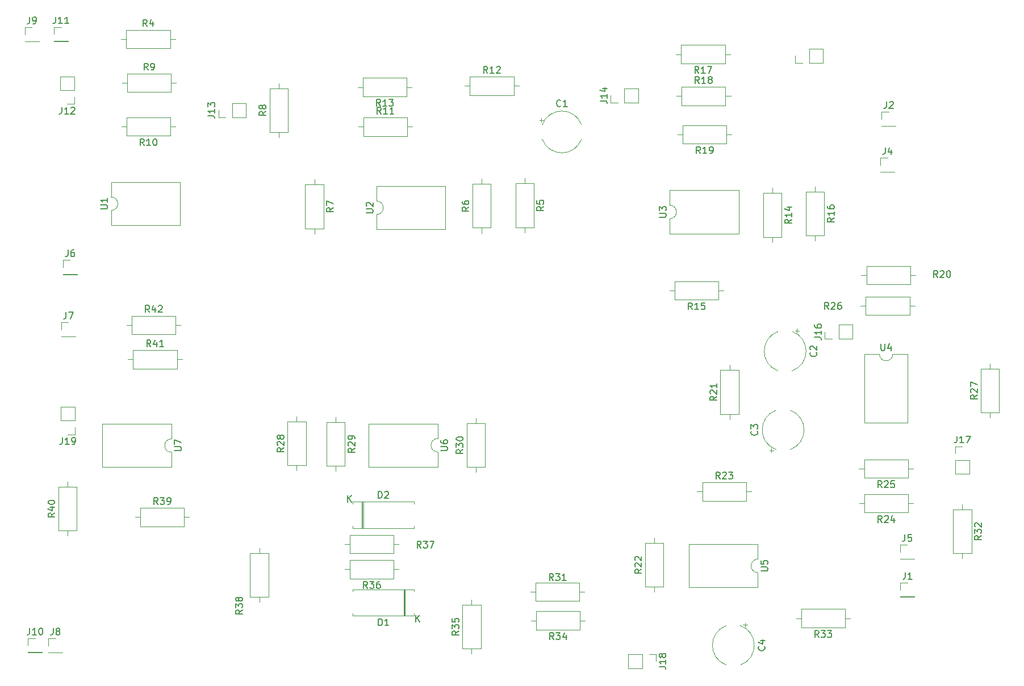
<source format=gbr>
%TF.GenerationSoftware,KiCad,Pcbnew,7.0.2*%
%TF.CreationDate,2023-05-13T22:40:36-03:00*%
%TF.ProjectId,op,6f702e6b-6963-4616-945f-706362585858,rev?*%
%TF.SameCoordinates,Original*%
%TF.FileFunction,Legend,Top*%
%TF.FilePolarity,Positive*%
%FSLAX46Y46*%
G04 Gerber Fmt 4.6, Leading zero omitted, Abs format (unit mm)*
G04 Created by KiCad (PCBNEW 7.0.2) date 2023-05-13 22:40:36*
%MOMM*%
%LPD*%
G01*
G04 APERTURE LIST*
%ADD10C,0.150000*%
%ADD11C,0.120000*%
G04 APERTURE END LIST*
D10*
%TO.C,R20*%
X152217142Y-60442619D02*
X151883809Y-59966428D01*
X151645714Y-60442619D02*
X151645714Y-59442619D01*
X151645714Y-59442619D02*
X152026666Y-59442619D01*
X152026666Y-59442619D02*
X152121904Y-59490238D01*
X152121904Y-59490238D02*
X152169523Y-59537857D01*
X152169523Y-59537857D02*
X152217142Y-59633095D01*
X152217142Y-59633095D02*
X152217142Y-59775952D01*
X152217142Y-59775952D02*
X152169523Y-59871190D01*
X152169523Y-59871190D02*
X152121904Y-59918809D01*
X152121904Y-59918809D02*
X152026666Y-59966428D01*
X152026666Y-59966428D02*
X151645714Y-59966428D01*
X152598095Y-59537857D02*
X152645714Y-59490238D01*
X152645714Y-59490238D02*
X152740952Y-59442619D01*
X152740952Y-59442619D02*
X152979047Y-59442619D01*
X152979047Y-59442619D02*
X153074285Y-59490238D01*
X153074285Y-59490238D02*
X153121904Y-59537857D01*
X153121904Y-59537857D02*
X153169523Y-59633095D01*
X153169523Y-59633095D02*
X153169523Y-59728333D01*
X153169523Y-59728333D02*
X153121904Y-59871190D01*
X153121904Y-59871190D02*
X152550476Y-60442619D01*
X152550476Y-60442619D02*
X153169523Y-60442619D01*
X153788571Y-59442619D02*
X153883809Y-59442619D01*
X153883809Y-59442619D02*
X153979047Y-59490238D01*
X153979047Y-59490238D02*
X154026666Y-59537857D01*
X154026666Y-59537857D02*
X154074285Y-59633095D01*
X154074285Y-59633095D02*
X154121904Y-59823571D01*
X154121904Y-59823571D02*
X154121904Y-60061666D01*
X154121904Y-60061666D02*
X154074285Y-60252142D01*
X154074285Y-60252142D02*
X154026666Y-60347380D01*
X154026666Y-60347380D02*
X153979047Y-60395000D01*
X153979047Y-60395000D02*
X153883809Y-60442619D01*
X153883809Y-60442619D02*
X153788571Y-60442619D01*
X153788571Y-60442619D02*
X153693333Y-60395000D01*
X153693333Y-60395000D02*
X153645714Y-60347380D01*
X153645714Y-60347380D02*
X153598095Y-60252142D01*
X153598095Y-60252142D02*
X153550476Y-60061666D01*
X153550476Y-60061666D02*
X153550476Y-59823571D01*
X153550476Y-59823571D02*
X153598095Y-59633095D01*
X153598095Y-59633095D02*
X153645714Y-59537857D01*
X153645714Y-59537857D02*
X153693333Y-59490238D01*
X153693333Y-59490238D02*
X153788571Y-59442619D01*
%TO.C,J10*%
X16850476Y-112742619D02*
X16850476Y-113456904D01*
X16850476Y-113456904D02*
X16802857Y-113599761D01*
X16802857Y-113599761D02*
X16707619Y-113695000D01*
X16707619Y-113695000D02*
X16564762Y-113742619D01*
X16564762Y-113742619D02*
X16469524Y-113742619D01*
X17850476Y-113742619D02*
X17279048Y-113742619D01*
X17564762Y-113742619D02*
X17564762Y-112742619D01*
X17564762Y-112742619D02*
X17469524Y-112885476D01*
X17469524Y-112885476D02*
X17374286Y-112980714D01*
X17374286Y-112980714D02*
X17279048Y-113028333D01*
X18469524Y-112742619D02*
X18564762Y-112742619D01*
X18564762Y-112742619D02*
X18660000Y-112790238D01*
X18660000Y-112790238D02*
X18707619Y-112837857D01*
X18707619Y-112837857D02*
X18755238Y-112933095D01*
X18755238Y-112933095D02*
X18802857Y-113123571D01*
X18802857Y-113123571D02*
X18802857Y-113361666D01*
X18802857Y-113361666D02*
X18755238Y-113552142D01*
X18755238Y-113552142D02*
X18707619Y-113647380D01*
X18707619Y-113647380D02*
X18660000Y-113695000D01*
X18660000Y-113695000D02*
X18564762Y-113742619D01*
X18564762Y-113742619D02*
X18469524Y-113742619D01*
X18469524Y-113742619D02*
X18374286Y-113695000D01*
X18374286Y-113695000D02*
X18326667Y-113647380D01*
X18326667Y-113647380D02*
X18279048Y-113552142D01*
X18279048Y-113552142D02*
X18231429Y-113361666D01*
X18231429Y-113361666D02*
X18231429Y-113123571D01*
X18231429Y-113123571D02*
X18279048Y-112933095D01*
X18279048Y-112933095D02*
X18326667Y-112837857D01*
X18326667Y-112837857D02*
X18374286Y-112790238D01*
X18374286Y-112790238D02*
X18469524Y-112742619D01*
%TO.C,J18*%
X110692619Y-118509523D02*
X111406904Y-118509523D01*
X111406904Y-118509523D02*
X111549761Y-118557142D01*
X111549761Y-118557142D02*
X111645000Y-118652380D01*
X111645000Y-118652380D02*
X111692619Y-118795237D01*
X111692619Y-118795237D02*
X111692619Y-118890475D01*
X111692619Y-117509523D02*
X111692619Y-118080951D01*
X111692619Y-117795237D02*
X110692619Y-117795237D01*
X110692619Y-117795237D02*
X110835476Y-117890475D01*
X110835476Y-117890475D02*
X110930714Y-117985713D01*
X110930714Y-117985713D02*
X110978333Y-118080951D01*
X111121190Y-116938094D02*
X111073571Y-117033332D01*
X111073571Y-117033332D02*
X111025952Y-117080951D01*
X111025952Y-117080951D02*
X110930714Y-117128570D01*
X110930714Y-117128570D02*
X110883095Y-117128570D01*
X110883095Y-117128570D02*
X110787857Y-117080951D01*
X110787857Y-117080951D02*
X110740238Y-117033332D01*
X110740238Y-117033332D02*
X110692619Y-116938094D01*
X110692619Y-116938094D02*
X110692619Y-116747618D01*
X110692619Y-116747618D02*
X110740238Y-116652380D01*
X110740238Y-116652380D02*
X110787857Y-116604761D01*
X110787857Y-116604761D02*
X110883095Y-116557142D01*
X110883095Y-116557142D02*
X110930714Y-116557142D01*
X110930714Y-116557142D02*
X111025952Y-116604761D01*
X111025952Y-116604761D02*
X111073571Y-116652380D01*
X111073571Y-116652380D02*
X111121190Y-116747618D01*
X111121190Y-116747618D02*
X111121190Y-116938094D01*
X111121190Y-116938094D02*
X111168809Y-117033332D01*
X111168809Y-117033332D02*
X111216428Y-117080951D01*
X111216428Y-117080951D02*
X111311666Y-117128570D01*
X111311666Y-117128570D02*
X111502142Y-117128570D01*
X111502142Y-117128570D02*
X111597380Y-117080951D01*
X111597380Y-117080951D02*
X111645000Y-117033332D01*
X111645000Y-117033332D02*
X111692619Y-116938094D01*
X111692619Y-116938094D02*
X111692619Y-116747618D01*
X111692619Y-116747618D02*
X111645000Y-116652380D01*
X111645000Y-116652380D02*
X111597380Y-116604761D01*
X111597380Y-116604761D02*
X111502142Y-116557142D01*
X111502142Y-116557142D02*
X111311666Y-116557142D01*
X111311666Y-116557142D02*
X111216428Y-116604761D01*
X111216428Y-116604761D02*
X111168809Y-116652380D01*
X111168809Y-116652380D02*
X111121190Y-116747618D01*
%TO.C,J9*%
X16856666Y-21582619D02*
X16856666Y-22296904D01*
X16856666Y-22296904D02*
X16809047Y-22439761D01*
X16809047Y-22439761D02*
X16713809Y-22535000D01*
X16713809Y-22535000D02*
X16570952Y-22582619D01*
X16570952Y-22582619D02*
X16475714Y-22582619D01*
X17380476Y-22582619D02*
X17570952Y-22582619D01*
X17570952Y-22582619D02*
X17666190Y-22535000D01*
X17666190Y-22535000D02*
X17713809Y-22487380D01*
X17713809Y-22487380D02*
X17809047Y-22344523D01*
X17809047Y-22344523D02*
X17856666Y-22154047D01*
X17856666Y-22154047D02*
X17856666Y-21773095D01*
X17856666Y-21773095D02*
X17809047Y-21677857D01*
X17809047Y-21677857D02*
X17761428Y-21630238D01*
X17761428Y-21630238D02*
X17666190Y-21582619D01*
X17666190Y-21582619D02*
X17475714Y-21582619D01*
X17475714Y-21582619D02*
X17380476Y-21630238D01*
X17380476Y-21630238D02*
X17332857Y-21677857D01*
X17332857Y-21677857D02*
X17285238Y-21773095D01*
X17285238Y-21773095D02*
X17285238Y-22011190D01*
X17285238Y-22011190D02*
X17332857Y-22106428D01*
X17332857Y-22106428D02*
X17380476Y-22154047D01*
X17380476Y-22154047D02*
X17475714Y-22201666D01*
X17475714Y-22201666D02*
X17666190Y-22201666D01*
X17666190Y-22201666D02*
X17761428Y-22154047D01*
X17761428Y-22154047D02*
X17809047Y-22106428D01*
X17809047Y-22106428D02*
X17856666Y-22011190D01*
%TO.C,R28*%
X54762619Y-85872857D02*
X54286428Y-86206190D01*
X54762619Y-86444285D02*
X53762619Y-86444285D01*
X53762619Y-86444285D02*
X53762619Y-86063333D01*
X53762619Y-86063333D02*
X53810238Y-85968095D01*
X53810238Y-85968095D02*
X53857857Y-85920476D01*
X53857857Y-85920476D02*
X53953095Y-85872857D01*
X53953095Y-85872857D02*
X54095952Y-85872857D01*
X54095952Y-85872857D02*
X54191190Y-85920476D01*
X54191190Y-85920476D02*
X54238809Y-85968095D01*
X54238809Y-85968095D02*
X54286428Y-86063333D01*
X54286428Y-86063333D02*
X54286428Y-86444285D01*
X53857857Y-85491904D02*
X53810238Y-85444285D01*
X53810238Y-85444285D02*
X53762619Y-85349047D01*
X53762619Y-85349047D02*
X53762619Y-85110952D01*
X53762619Y-85110952D02*
X53810238Y-85015714D01*
X53810238Y-85015714D02*
X53857857Y-84968095D01*
X53857857Y-84968095D02*
X53953095Y-84920476D01*
X53953095Y-84920476D02*
X54048333Y-84920476D01*
X54048333Y-84920476D02*
X54191190Y-84968095D01*
X54191190Y-84968095D02*
X54762619Y-85539523D01*
X54762619Y-85539523D02*
X54762619Y-84920476D01*
X54191190Y-84349047D02*
X54143571Y-84444285D01*
X54143571Y-84444285D02*
X54095952Y-84491904D01*
X54095952Y-84491904D02*
X54000714Y-84539523D01*
X54000714Y-84539523D02*
X53953095Y-84539523D01*
X53953095Y-84539523D02*
X53857857Y-84491904D01*
X53857857Y-84491904D02*
X53810238Y-84444285D01*
X53810238Y-84444285D02*
X53762619Y-84349047D01*
X53762619Y-84349047D02*
X53762619Y-84158571D01*
X53762619Y-84158571D02*
X53810238Y-84063333D01*
X53810238Y-84063333D02*
X53857857Y-84015714D01*
X53857857Y-84015714D02*
X53953095Y-83968095D01*
X53953095Y-83968095D02*
X54000714Y-83968095D01*
X54000714Y-83968095D02*
X54095952Y-84015714D01*
X54095952Y-84015714D02*
X54143571Y-84063333D01*
X54143571Y-84063333D02*
X54191190Y-84158571D01*
X54191190Y-84158571D02*
X54191190Y-84349047D01*
X54191190Y-84349047D02*
X54238809Y-84444285D01*
X54238809Y-84444285D02*
X54286428Y-84491904D01*
X54286428Y-84491904D02*
X54381666Y-84539523D01*
X54381666Y-84539523D02*
X54572142Y-84539523D01*
X54572142Y-84539523D02*
X54667380Y-84491904D01*
X54667380Y-84491904D02*
X54715000Y-84444285D01*
X54715000Y-84444285D02*
X54762619Y-84349047D01*
X54762619Y-84349047D02*
X54762619Y-84158571D01*
X54762619Y-84158571D02*
X54715000Y-84063333D01*
X54715000Y-84063333D02*
X54667380Y-84015714D01*
X54667380Y-84015714D02*
X54572142Y-83968095D01*
X54572142Y-83968095D02*
X54381666Y-83968095D01*
X54381666Y-83968095D02*
X54286428Y-84015714D01*
X54286428Y-84015714D02*
X54238809Y-84063333D01*
X54238809Y-84063333D02*
X54191190Y-84158571D01*
%TO.C,C3*%
X125297380Y-83356666D02*
X125345000Y-83404285D01*
X125345000Y-83404285D02*
X125392619Y-83547142D01*
X125392619Y-83547142D02*
X125392619Y-83642380D01*
X125392619Y-83642380D02*
X125345000Y-83785237D01*
X125345000Y-83785237D02*
X125249761Y-83880475D01*
X125249761Y-83880475D02*
X125154523Y-83928094D01*
X125154523Y-83928094D02*
X124964047Y-83975713D01*
X124964047Y-83975713D02*
X124821190Y-83975713D01*
X124821190Y-83975713D02*
X124630714Y-83928094D01*
X124630714Y-83928094D02*
X124535476Y-83880475D01*
X124535476Y-83880475D02*
X124440238Y-83785237D01*
X124440238Y-83785237D02*
X124392619Y-83642380D01*
X124392619Y-83642380D02*
X124392619Y-83547142D01*
X124392619Y-83547142D02*
X124440238Y-83404285D01*
X124440238Y-83404285D02*
X124487857Y-83356666D01*
X124392619Y-83023332D02*
X124392619Y-82404285D01*
X124392619Y-82404285D02*
X124773571Y-82737618D01*
X124773571Y-82737618D02*
X124773571Y-82594761D01*
X124773571Y-82594761D02*
X124821190Y-82499523D01*
X124821190Y-82499523D02*
X124868809Y-82451904D01*
X124868809Y-82451904D02*
X124964047Y-82404285D01*
X124964047Y-82404285D02*
X125202142Y-82404285D01*
X125202142Y-82404285D02*
X125297380Y-82451904D01*
X125297380Y-82451904D02*
X125345000Y-82499523D01*
X125345000Y-82499523D02*
X125392619Y-82594761D01*
X125392619Y-82594761D02*
X125392619Y-82880475D01*
X125392619Y-82880475D02*
X125345000Y-82975713D01*
X125345000Y-82975713D02*
X125297380Y-83023332D01*
%TO.C,C1*%
X96033333Y-34847380D02*
X95985714Y-34895000D01*
X95985714Y-34895000D02*
X95842857Y-34942619D01*
X95842857Y-34942619D02*
X95747619Y-34942619D01*
X95747619Y-34942619D02*
X95604762Y-34895000D01*
X95604762Y-34895000D02*
X95509524Y-34799761D01*
X95509524Y-34799761D02*
X95461905Y-34704523D01*
X95461905Y-34704523D02*
X95414286Y-34514047D01*
X95414286Y-34514047D02*
X95414286Y-34371190D01*
X95414286Y-34371190D02*
X95461905Y-34180714D01*
X95461905Y-34180714D02*
X95509524Y-34085476D01*
X95509524Y-34085476D02*
X95604762Y-33990238D01*
X95604762Y-33990238D02*
X95747619Y-33942619D01*
X95747619Y-33942619D02*
X95842857Y-33942619D01*
X95842857Y-33942619D02*
X95985714Y-33990238D01*
X95985714Y-33990238D02*
X96033333Y-34037857D01*
X96985714Y-34942619D02*
X96414286Y-34942619D01*
X96700000Y-34942619D02*
X96700000Y-33942619D01*
X96700000Y-33942619D02*
X96604762Y-34085476D01*
X96604762Y-34085476D02*
X96509524Y-34180714D01*
X96509524Y-34180714D02*
X96414286Y-34228333D01*
%TO.C,R13*%
X69157142Y-34872619D02*
X68823809Y-34396428D01*
X68585714Y-34872619D02*
X68585714Y-33872619D01*
X68585714Y-33872619D02*
X68966666Y-33872619D01*
X68966666Y-33872619D02*
X69061904Y-33920238D01*
X69061904Y-33920238D02*
X69109523Y-33967857D01*
X69109523Y-33967857D02*
X69157142Y-34063095D01*
X69157142Y-34063095D02*
X69157142Y-34205952D01*
X69157142Y-34205952D02*
X69109523Y-34301190D01*
X69109523Y-34301190D02*
X69061904Y-34348809D01*
X69061904Y-34348809D02*
X68966666Y-34396428D01*
X68966666Y-34396428D02*
X68585714Y-34396428D01*
X70109523Y-34872619D02*
X69538095Y-34872619D01*
X69823809Y-34872619D02*
X69823809Y-33872619D01*
X69823809Y-33872619D02*
X69728571Y-34015476D01*
X69728571Y-34015476D02*
X69633333Y-34110714D01*
X69633333Y-34110714D02*
X69538095Y-34158333D01*
X70442857Y-33872619D02*
X71061904Y-33872619D01*
X71061904Y-33872619D02*
X70728571Y-34253571D01*
X70728571Y-34253571D02*
X70871428Y-34253571D01*
X70871428Y-34253571D02*
X70966666Y-34301190D01*
X70966666Y-34301190D02*
X71014285Y-34348809D01*
X71014285Y-34348809D02*
X71061904Y-34444047D01*
X71061904Y-34444047D02*
X71061904Y-34682142D01*
X71061904Y-34682142D02*
X71014285Y-34777380D01*
X71014285Y-34777380D02*
X70966666Y-34825000D01*
X70966666Y-34825000D02*
X70871428Y-34872619D01*
X70871428Y-34872619D02*
X70585714Y-34872619D01*
X70585714Y-34872619D02*
X70490476Y-34825000D01*
X70490476Y-34825000D02*
X70442857Y-34777380D01*
%TO.C,R31*%
X94927142Y-105642619D02*
X94593809Y-105166428D01*
X94355714Y-105642619D02*
X94355714Y-104642619D01*
X94355714Y-104642619D02*
X94736666Y-104642619D01*
X94736666Y-104642619D02*
X94831904Y-104690238D01*
X94831904Y-104690238D02*
X94879523Y-104737857D01*
X94879523Y-104737857D02*
X94927142Y-104833095D01*
X94927142Y-104833095D02*
X94927142Y-104975952D01*
X94927142Y-104975952D02*
X94879523Y-105071190D01*
X94879523Y-105071190D02*
X94831904Y-105118809D01*
X94831904Y-105118809D02*
X94736666Y-105166428D01*
X94736666Y-105166428D02*
X94355714Y-105166428D01*
X95260476Y-104642619D02*
X95879523Y-104642619D01*
X95879523Y-104642619D02*
X95546190Y-105023571D01*
X95546190Y-105023571D02*
X95689047Y-105023571D01*
X95689047Y-105023571D02*
X95784285Y-105071190D01*
X95784285Y-105071190D02*
X95831904Y-105118809D01*
X95831904Y-105118809D02*
X95879523Y-105214047D01*
X95879523Y-105214047D02*
X95879523Y-105452142D01*
X95879523Y-105452142D02*
X95831904Y-105547380D01*
X95831904Y-105547380D02*
X95784285Y-105595000D01*
X95784285Y-105595000D02*
X95689047Y-105642619D01*
X95689047Y-105642619D02*
X95403333Y-105642619D01*
X95403333Y-105642619D02*
X95308095Y-105595000D01*
X95308095Y-105595000D02*
X95260476Y-105547380D01*
X96831904Y-105642619D02*
X96260476Y-105642619D01*
X96546190Y-105642619D02*
X96546190Y-104642619D01*
X96546190Y-104642619D02*
X96450952Y-104785476D01*
X96450952Y-104785476D02*
X96355714Y-104880714D01*
X96355714Y-104880714D02*
X96260476Y-104928333D01*
%TO.C,U7*%
X38452619Y-86286904D02*
X39262142Y-86286904D01*
X39262142Y-86286904D02*
X39357380Y-86239285D01*
X39357380Y-86239285D02*
X39405000Y-86191666D01*
X39405000Y-86191666D02*
X39452619Y-86096428D01*
X39452619Y-86096428D02*
X39452619Y-85905952D01*
X39452619Y-85905952D02*
X39405000Y-85810714D01*
X39405000Y-85810714D02*
X39357380Y-85763095D01*
X39357380Y-85763095D02*
X39262142Y-85715476D01*
X39262142Y-85715476D02*
X38452619Y-85715476D01*
X38452619Y-85334523D02*
X38452619Y-84667857D01*
X38452619Y-84667857D02*
X39452619Y-85096428D01*
%TO.C,R6*%
X82312619Y-49926666D02*
X81836428Y-50259999D01*
X82312619Y-50498094D02*
X81312619Y-50498094D01*
X81312619Y-50498094D02*
X81312619Y-50117142D01*
X81312619Y-50117142D02*
X81360238Y-50021904D01*
X81360238Y-50021904D02*
X81407857Y-49974285D01*
X81407857Y-49974285D02*
X81503095Y-49926666D01*
X81503095Y-49926666D02*
X81645952Y-49926666D01*
X81645952Y-49926666D02*
X81741190Y-49974285D01*
X81741190Y-49974285D02*
X81788809Y-50021904D01*
X81788809Y-50021904D02*
X81836428Y-50117142D01*
X81836428Y-50117142D02*
X81836428Y-50498094D01*
X81312619Y-49069523D02*
X81312619Y-49259999D01*
X81312619Y-49259999D02*
X81360238Y-49355237D01*
X81360238Y-49355237D02*
X81407857Y-49402856D01*
X81407857Y-49402856D02*
X81550714Y-49498094D01*
X81550714Y-49498094D02*
X81741190Y-49545713D01*
X81741190Y-49545713D02*
X82122142Y-49545713D01*
X82122142Y-49545713D02*
X82217380Y-49498094D01*
X82217380Y-49498094D02*
X82265000Y-49450475D01*
X82265000Y-49450475D02*
X82312619Y-49355237D01*
X82312619Y-49355237D02*
X82312619Y-49164761D01*
X82312619Y-49164761D02*
X82265000Y-49069523D01*
X82265000Y-49069523D02*
X82217380Y-49021904D01*
X82217380Y-49021904D02*
X82122142Y-48974285D01*
X82122142Y-48974285D02*
X81884047Y-48974285D01*
X81884047Y-48974285D02*
X81788809Y-49021904D01*
X81788809Y-49021904D02*
X81741190Y-49069523D01*
X81741190Y-49069523D02*
X81693571Y-49164761D01*
X81693571Y-49164761D02*
X81693571Y-49355237D01*
X81693571Y-49355237D02*
X81741190Y-49450475D01*
X81741190Y-49450475D02*
X81788809Y-49498094D01*
X81788809Y-49498094D02*
X81884047Y-49545713D01*
%TO.C,R30*%
X81462619Y-86122857D02*
X80986428Y-86456190D01*
X81462619Y-86694285D02*
X80462619Y-86694285D01*
X80462619Y-86694285D02*
X80462619Y-86313333D01*
X80462619Y-86313333D02*
X80510238Y-86218095D01*
X80510238Y-86218095D02*
X80557857Y-86170476D01*
X80557857Y-86170476D02*
X80653095Y-86122857D01*
X80653095Y-86122857D02*
X80795952Y-86122857D01*
X80795952Y-86122857D02*
X80891190Y-86170476D01*
X80891190Y-86170476D02*
X80938809Y-86218095D01*
X80938809Y-86218095D02*
X80986428Y-86313333D01*
X80986428Y-86313333D02*
X80986428Y-86694285D01*
X80462619Y-85789523D02*
X80462619Y-85170476D01*
X80462619Y-85170476D02*
X80843571Y-85503809D01*
X80843571Y-85503809D02*
X80843571Y-85360952D01*
X80843571Y-85360952D02*
X80891190Y-85265714D01*
X80891190Y-85265714D02*
X80938809Y-85218095D01*
X80938809Y-85218095D02*
X81034047Y-85170476D01*
X81034047Y-85170476D02*
X81272142Y-85170476D01*
X81272142Y-85170476D02*
X81367380Y-85218095D01*
X81367380Y-85218095D02*
X81415000Y-85265714D01*
X81415000Y-85265714D02*
X81462619Y-85360952D01*
X81462619Y-85360952D02*
X81462619Y-85646666D01*
X81462619Y-85646666D02*
X81415000Y-85741904D01*
X81415000Y-85741904D02*
X81367380Y-85789523D01*
X80462619Y-84551428D02*
X80462619Y-84456190D01*
X80462619Y-84456190D02*
X80510238Y-84360952D01*
X80510238Y-84360952D02*
X80557857Y-84313333D01*
X80557857Y-84313333D02*
X80653095Y-84265714D01*
X80653095Y-84265714D02*
X80843571Y-84218095D01*
X80843571Y-84218095D02*
X81081666Y-84218095D01*
X81081666Y-84218095D02*
X81272142Y-84265714D01*
X81272142Y-84265714D02*
X81367380Y-84313333D01*
X81367380Y-84313333D02*
X81415000Y-84360952D01*
X81415000Y-84360952D02*
X81462619Y-84456190D01*
X81462619Y-84456190D02*
X81462619Y-84551428D01*
X81462619Y-84551428D02*
X81415000Y-84646666D01*
X81415000Y-84646666D02*
X81367380Y-84694285D01*
X81367380Y-84694285D02*
X81272142Y-84741904D01*
X81272142Y-84741904D02*
X81081666Y-84789523D01*
X81081666Y-84789523D02*
X80843571Y-84789523D01*
X80843571Y-84789523D02*
X80653095Y-84741904D01*
X80653095Y-84741904D02*
X80557857Y-84694285D01*
X80557857Y-84694285D02*
X80510238Y-84646666D01*
X80510238Y-84646666D02*
X80462619Y-84551428D01*
%TO.C,U4*%
X143773095Y-70332619D02*
X143773095Y-71142142D01*
X143773095Y-71142142D02*
X143820714Y-71237380D01*
X143820714Y-71237380D02*
X143868333Y-71285000D01*
X143868333Y-71285000D02*
X143963571Y-71332619D01*
X143963571Y-71332619D02*
X144154047Y-71332619D01*
X144154047Y-71332619D02*
X144249285Y-71285000D01*
X144249285Y-71285000D02*
X144296904Y-71237380D01*
X144296904Y-71237380D02*
X144344523Y-71142142D01*
X144344523Y-71142142D02*
X144344523Y-70332619D01*
X145249285Y-70665952D02*
X145249285Y-71332619D01*
X145011190Y-70285000D02*
X144773095Y-70999285D01*
X144773095Y-70999285D02*
X145392142Y-70999285D01*
%TO.C,R17*%
X116607142Y-29972619D02*
X116273809Y-29496428D01*
X116035714Y-29972619D02*
X116035714Y-28972619D01*
X116035714Y-28972619D02*
X116416666Y-28972619D01*
X116416666Y-28972619D02*
X116511904Y-29020238D01*
X116511904Y-29020238D02*
X116559523Y-29067857D01*
X116559523Y-29067857D02*
X116607142Y-29163095D01*
X116607142Y-29163095D02*
X116607142Y-29305952D01*
X116607142Y-29305952D02*
X116559523Y-29401190D01*
X116559523Y-29401190D02*
X116511904Y-29448809D01*
X116511904Y-29448809D02*
X116416666Y-29496428D01*
X116416666Y-29496428D02*
X116035714Y-29496428D01*
X117559523Y-29972619D02*
X116988095Y-29972619D01*
X117273809Y-29972619D02*
X117273809Y-28972619D01*
X117273809Y-28972619D02*
X117178571Y-29115476D01*
X117178571Y-29115476D02*
X117083333Y-29210714D01*
X117083333Y-29210714D02*
X116988095Y-29258333D01*
X117892857Y-28972619D02*
X118559523Y-28972619D01*
X118559523Y-28972619D02*
X118130952Y-29972619D01*
%TO.C,R42*%
X34717142Y-65632619D02*
X34383809Y-65156428D01*
X34145714Y-65632619D02*
X34145714Y-64632619D01*
X34145714Y-64632619D02*
X34526666Y-64632619D01*
X34526666Y-64632619D02*
X34621904Y-64680238D01*
X34621904Y-64680238D02*
X34669523Y-64727857D01*
X34669523Y-64727857D02*
X34717142Y-64823095D01*
X34717142Y-64823095D02*
X34717142Y-64965952D01*
X34717142Y-64965952D02*
X34669523Y-65061190D01*
X34669523Y-65061190D02*
X34621904Y-65108809D01*
X34621904Y-65108809D02*
X34526666Y-65156428D01*
X34526666Y-65156428D02*
X34145714Y-65156428D01*
X35574285Y-64965952D02*
X35574285Y-65632619D01*
X35336190Y-64585000D02*
X35098095Y-65299285D01*
X35098095Y-65299285D02*
X35717142Y-65299285D01*
X36050476Y-64727857D02*
X36098095Y-64680238D01*
X36098095Y-64680238D02*
X36193333Y-64632619D01*
X36193333Y-64632619D02*
X36431428Y-64632619D01*
X36431428Y-64632619D02*
X36526666Y-64680238D01*
X36526666Y-64680238D02*
X36574285Y-64727857D01*
X36574285Y-64727857D02*
X36621904Y-64823095D01*
X36621904Y-64823095D02*
X36621904Y-64918333D01*
X36621904Y-64918333D02*
X36574285Y-65061190D01*
X36574285Y-65061190D02*
X36002857Y-65632619D01*
X36002857Y-65632619D02*
X36621904Y-65632619D01*
%TO.C,U3*%
X110742619Y-51426904D02*
X111552142Y-51426904D01*
X111552142Y-51426904D02*
X111647380Y-51379285D01*
X111647380Y-51379285D02*
X111695000Y-51331666D01*
X111695000Y-51331666D02*
X111742619Y-51236428D01*
X111742619Y-51236428D02*
X111742619Y-51045952D01*
X111742619Y-51045952D02*
X111695000Y-50950714D01*
X111695000Y-50950714D02*
X111647380Y-50903095D01*
X111647380Y-50903095D02*
X111552142Y-50855476D01*
X111552142Y-50855476D02*
X110742619Y-50855476D01*
X110742619Y-50474523D02*
X110742619Y-49855476D01*
X110742619Y-49855476D02*
X111123571Y-50188809D01*
X111123571Y-50188809D02*
X111123571Y-50045952D01*
X111123571Y-50045952D02*
X111171190Y-49950714D01*
X111171190Y-49950714D02*
X111218809Y-49903095D01*
X111218809Y-49903095D02*
X111314047Y-49855476D01*
X111314047Y-49855476D02*
X111552142Y-49855476D01*
X111552142Y-49855476D02*
X111647380Y-49903095D01*
X111647380Y-49903095D02*
X111695000Y-49950714D01*
X111695000Y-49950714D02*
X111742619Y-50045952D01*
X111742619Y-50045952D02*
X111742619Y-50331666D01*
X111742619Y-50331666D02*
X111695000Y-50426904D01*
X111695000Y-50426904D02*
X111647380Y-50474523D01*
%TO.C,R10*%
X33917142Y-40742619D02*
X33583809Y-40266428D01*
X33345714Y-40742619D02*
X33345714Y-39742619D01*
X33345714Y-39742619D02*
X33726666Y-39742619D01*
X33726666Y-39742619D02*
X33821904Y-39790238D01*
X33821904Y-39790238D02*
X33869523Y-39837857D01*
X33869523Y-39837857D02*
X33917142Y-39933095D01*
X33917142Y-39933095D02*
X33917142Y-40075952D01*
X33917142Y-40075952D02*
X33869523Y-40171190D01*
X33869523Y-40171190D02*
X33821904Y-40218809D01*
X33821904Y-40218809D02*
X33726666Y-40266428D01*
X33726666Y-40266428D02*
X33345714Y-40266428D01*
X34869523Y-40742619D02*
X34298095Y-40742619D01*
X34583809Y-40742619D02*
X34583809Y-39742619D01*
X34583809Y-39742619D02*
X34488571Y-39885476D01*
X34488571Y-39885476D02*
X34393333Y-39980714D01*
X34393333Y-39980714D02*
X34298095Y-40028333D01*
X35488571Y-39742619D02*
X35583809Y-39742619D01*
X35583809Y-39742619D02*
X35679047Y-39790238D01*
X35679047Y-39790238D02*
X35726666Y-39837857D01*
X35726666Y-39837857D02*
X35774285Y-39933095D01*
X35774285Y-39933095D02*
X35821904Y-40123571D01*
X35821904Y-40123571D02*
X35821904Y-40361666D01*
X35821904Y-40361666D02*
X35774285Y-40552142D01*
X35774285Y-40552142D02*
X35726666Y-40647380D01*
X35726666Y-40647380D02*
X35679047Y-40695000D01*
X35679047Y-40695000D02*
X35583809Y-40742619D01*
X35583809Y-40742619D02*
X35488571Y-40742619D01*
X35488571Y-40742619D02*
X35393333Y-40695000D01*
X35393333Y-40695000D02*
X35345714Y-40647380D01*
X35345714Y-40647380D02*
X35298095Y-40552142D01*
X35298095Y-40552142D02*
X35250476Y-40361666D01*
X35250476Y-40361666D02*
X35250476Y-40123571D01*
X35250476Y-40123571D02*
X35298095Y-39933095D01*
X35298095Y-39933095D02*
X35345714Y-39837857D01*
X35345714Y-39837857D02*
X35393333Y-39790238D01*
X35393333Y-39790238D02*
X35488571Y-39742619D01*
%TO.C,R15*%
X115637142Y-65222619D02*
X115303809Y-64746428D01*
X115065714Y-65222619D02*
X115065714Y-64222619D01*
X115065714Y-64222619D02*
X115446666Y-64222619D01*
X115446666Y-64222619D02*
X115541904Y-64270238D01*
X115541904Y-64270238D02*
X115589523Y-64317857D01*
X115589523Y-64317857D02*
X115637142Y-64413095D01*
X115637142Y-64413095D02*
X115637142Y-64555952D01*
X115637142Y-64555952D02*
X115589523Y-64651190D01*
X115589523Y-64651190D02*
X115541904Y-64698809D01*
X115541904Y-64698809D02*
X115446666Y-64746428D01*
X115446666Y-64746428D02*
X115065714Y-64746428D01*
X116589523Y-65222619D02*
X116018095Y-65222619D01*
X116303809Y-65222619D02*
X116303809Y-64222619D01*
X116303809Y-64222619D02*
X116208571Y-64365476D01*
X116208571Y-64365476D02*
X116113333Y-64460714D01*
X116113333Y-64460714D02*
X116018095Y-64508333D01*
X117494285Y-64222619D02*
X117018095Y-64222619D01*
X117018095Y-64222619D02*
X116970476Y-64698809D01*
X116970476Y-64698809D02*
X117018095Y-64651190D01*
X117018095Y-64651190D02*
X117113333Y-64603571D01*
X117113333Y-64603571D02*
X117351428Y-64603571D01*
X117351428Y-64603571D02*
X117446666Y-64651190D01*
X117446666Y-64651190D02*
X117494285Y-64698809D01*
X117494285Y-64698809D02*
X117541904Y-64794047D01*
X117541904Y-64794047D02*
X117541904Y-65032142D01*
X117541904Y-65032142D02*
X117494285Y-65127380D01*
X117494285Y-65127380D02*
X117446666Y-65175000D01*
X117446666Y-65175000D02*
X117351428Y-65222619D01*
X117351428Y-65222619D02*
X117113333Y-65222619D01*
X117113333Y-65222619D02*
X117018095Y-65175000D01*
X117018095Y-65175000D02*
X116970476Y-65127380D01*
%TO.C,U2*%
X67032619Y-50806904D02*
X67842142Y-50806904D01*
X67842142Y-50806904D02*
X67937380Y-50759285D01*
X67937380Y-50759285D02*
X67985000Y-50711666D01*
X67985000Y-50711666D02*
X68032619Y-50616428D01*
X68032619Y-50616428D02*
X68032619Y-50425952D01*
X68032619Y-50425952D02*
X67985000Y-50330714D01*
X67985000Y-50330714D02*
X67937380Y-50283095D01*
X67937380Y-50283095D02*
X67842142Y-50235476D01*
X67842142Y-50235476D02*
X67032619Y-50235476D01*
X67127857Y-49806904D02*
X67080238Y-49759285D01*
X67080238Y-49759285D02*
X67032619Y-49664047D01*
X67032619Y-49664047D02*
X67032619Y-49425952D01*
X67032619Y-49425952D02*
X67080238Y-49330714D01*
X67080238Y-49330714D02*
X67127857Y-49283095D01*
X67127857Y-49283095D02*
X67223095Y-49235476D01*
X67223095Y-49235476D02*
X67318333Y-49235476D01*
X67318333Y-49235476D02*
X67461190Y-49283095D01*
X67461190Y-49283095D02*
X68032619Y-49854523D01*
X68032619Y-49854523D02*
X68032619Y-49235476D01*
%TO.C,J17*%
X155090476Y-84122619D02*
X155090476Y-84836904D01*
X155090476Y-84836904D02*
X155042857Y-84979761D01*
X155042857Y-84979761D02*
X154947619Y-85075000D01*
X154947619Y-85075000D02*
X154804762Y-85122619D01*
X154804762Y-85122619D02*
X154709524Y-85122619D01*
X156090476Y-85122619D02*
X155519048Y-85122619D01*
X155804762Y-85122619D02*
X155804762Y-84122619D01*
X155804762Y-84122619D02*
X155709524Y-84265476D01*
X155709524Y-84265476D02*
X155614286Y-84360714D01*
X155614286Y-84360714D02*
X155519048Y-84408333D01*
X156423810Y-84122619D02*
X157090476Y-84122619D01*
X157090476Y-84122619D02*
X156661905Y-85122619D01*
%TO.C,R21*%
X119282619Y-78192857D02*
X118806428Y-78526190D01*
X119282619Y-78764285D02*
X118282619Y-78764285D01*
X118282619Y-78764285D02*
X118282619Y-78383333D01*
X118282619Y-78383333D02*
X118330238Y-78288095D01*
X118330238Y-78288095D02*
X118377857Y-78240476D01*
X118377857Y-78240476D02*
X118473095Y-78192857D01*
X118473095Y-78192857D02*
X118615952Y-78192857D01*
X118615952Y-78192857D02*
X118711190Y-78240476D01*
X118711190Y-78240476D02*
X118758809Y-78288095D01*
X118758809Y-78288095D02*
X118806428Y-78383333D01*
X118806428Y-78383333D02*
X118806428Y-78764285D01*
X118377857Y-77811904D02*
X118330238Y-77764285D01*
X118330238Y-77764285D02*
X118282619Y-77669047D01*
X118282619Y-77669047D02*
X118282619Y-77430952D01*
X118282619Y-77430952D02*
X118330238Y-77335714D01*
X118330238Y-77335714D02*
X118377857Y-77288095D01*
X118377857Y-77288095D02*
X118473095Y-77240476D01*
X118473095Y-77240476D02*
X118568333Y-77240476D01*
X118568333Y-77240476D02*
X118711190Y-77288095D01*
X118711190Y-77288095D02*
X119282619Y-77859523D01*
X119282619Y-77859523D02*
X119282619Y-77240476D01*
X119282619Y-76288095D02*
X119282619Y-76859523D01*
X119282619Y-76573809D02*
X118282619Y-76573809D01*
X118282619Y-76573809D02*
X118425476Y-76669047D01*
X118425476Y-76669047D02*
X118520714Y-76764285D01*
X118520714Y-76764285D02*
X118568333Y-76859523D01*
%TO.C,R24*%
X143907142Y-96992619D02*
X143573809Y-96516428D01*
X143335714Y-96992619D02*
X143335714Y-95992619D01*
X143335714Y-95992619D02*
X143716666Y-95992619D01*
X143716666Y-95992619D02*
X143811904Y-96040238D01*
X143811904Y-96040238D02*
X143859523Y-96087857D01*
X143859523Y-96087857D02*
X143907142Y-96183095D01*
X143907142Y-96183095D02*
X143907142Y-96325952D01*
X143907142Y-96325952D02*
X143859523Y-96421190D01*
X143859523Y-96421190D02*
X143811904Y-96468809D01*
X143811904Y-96468809D02*
X143716666Y-96516428D01*
X143716666Y-96516428D02*
X143335714Y-96516428D01*
X144288095Y-96087857D02*
X144335714Y-96040238D01*
X144335714Y-96040238D02*
X144430952Y-95992619D01*
X144430952Y-95992619D02*
X144669047Y-95992619D01*
X144669047Y-95992619D02*
X144764285Y-96040238D01*
X144764285Y-96040238D02*
X144811904Y-96087857D01*
X144811904Y-96087857D02*
X144859523Y-96183095D01*
X144859523Y-96183095D02*
X144859523Y-96278333D01*
X144859523Y-96278333D02*
X144811904Y-96421190D01*
X144811904Y-96421190D02*
X144240476Y-96992619D01*
X144240476Y-96992619D02*
X144859523Y-96992619D01*
X145716666Y-96325952D02*
X145716666Y-96992619D01*
X145478571Y-95945000D02*
X145240476Y-96659285D01*
X145240476Y-96659285D02*
X145859523Y-96659285D01*
%TO.C,R39*%
X35977142Y-94302619D02*
X35643809Y-93826428D01*
X35405714Y-94302619D02*
X35405714Y-93302619D01*
X35405714Y-93302619D02*
X35786666Y-93302619D01*
X35786666Y-93302619D02*
X35881904Y-93350238D01*
X35881904Y-93350238D02*
X35929523Y-93397857D01*
X35929523Y-93397857D02*
X35977142Y-93493095D01*
X35977142Y-93493095D02*
X35977142Y-93635952D01*
X35977142Y-93635952D02*
X35929523Y-93731190D01*
X35929523Y-93731190D02*
X35881904Y-93778809D01*
X35881904Y-93778809D02*
X35786666Y-93826428D01*
X35786666Y-93826428D02*
X35405714Y-93826428D01*
X36310476Y-93302619D02*
X36929523Y-93302619D01*
X36929523Y-93302619D02*
X36596190Y-93683571D01*
X36596190Y-93683571D02*
X36739047Y-93683571D01*
X36739047Y-93683571D02*
X36834285Y-93731190D01*
X36834285Y-93731190D02*
X36881904Y-93778809D01*
X36881904Y-93778809D02*
X36929523Y-93874047D01*
X36929523Y-93874047D02*
X36929523Y-94112142D01*
X36929523Y-94112142D02*
X36881904Y-94207380D01*
X36881904Y-94207380D02*
X36834285Y-94255000D01*
X36834285Y-94255000D02*
X36739047Y-94302619D01*
X36739047Y-94302619D02*
X36453333Y-94302619D01*
X36453333Y-94302619D02*
X36358095Y-94255000D01*
X36358095Y-94255000D02*
X36310476Y-94207380D01*
X37405714Y-94302619D02*
X37596190Y-94302619D01*
X37596190Y-94302619D02*
X37691428Y-94255000D01*
X37691428Y-94255000D02*
X37739047Y-94207380D01*
X37739047Y-94207380D02*
X37834285Y-94064523D01*
X37834285Y-94064523D02*
X37881904Y-93874047D01*
X37881904Y-93874047D02*
X37881904Y-93493095D01*
X37881904Y-93493095D02*
X37834285Y-93397857D01*
X37834285Y-93397857D02*
X37786666Y-93350238D01*
X37786666Y-93350238D02*
X37691428Y-93302619D01*
X37691428Y-93302619D02*
X37500952Y-93302619D01*
X37500952Y-93302619D02*
X37405714Y-93350238D01*
X37405714Y-93350238D02*
X37358095Y-93397857D01*
X37358095Y-93397857D02*
X37310476Y-93493095D01*
X37310476Y-93493095D02*
X37310476Y-93731190D01*
X37310476Y-93731190D02*
X37358095Y-93826428D01*
X37358095Y-93826428D02*
X37405714Y-93874047D01*
X37405714Y-93874047D02*
X37500952Y-93921666D01*
X37500952Y-93921666D02*
X37691428Y-93921666D01*
X37691428Y-93921666D02*
X37786666Y-93874047D01*
X37786666Y-93874047D02*
X37834285Y-93826428D01*
X37834285Y-93826428D02*
X37881904Y-93731190D01*
%TO.C,R9*%
X34503333Y-29482619D02*
X34170000Y-29006428D01*
X33931905Y-29482619D02*
X33931905Y-28482619D01*
X33931905Y-28482619D02*
X34312857Y-28482619D01*
X34312857Y-28482619D02*
X34408095Y-28530238D01*
X34408095Y-28530238D02*
X34455714Y-28577857D01*
X34455714Y-28577857D02*
X34503333Y-28673095D01*
X34503333Y-28673095D02*
X34503333Y-28815952D01*
X34503333Y-28815952D02*
X34455714Y-28911190D01*
X34455714Y-28911190D02*
X34408095Y-28958809D01*
X34408095Y-28958809D02*
X34312857Y-29006428D01*
X34312857Y-29006428D02*
X33931905Y-29006428D01*
X34979524Y-29482619D02*
X35170000Y-29482619D01*
X35170000Y-29482619D02*
X35265238Y-29435000D01*
X35265238Y-29435000D02*
X35312857Y-29387380D01*
X35312857Y-29387380D02*
X35408095Y-29244523D01*
X35408095Y-29244523D02*
X35455714Y-29054047D01*
X35455714Y-29054047D02*
X35455714Y-28673095D01*
X35455714Y-28673095D02*
X35408095Y-28577857D01*
X35408095Y-28577857D02*
X35360476Y-28530238D01*
X35360476Y-28530238D02*
X35265238Y-28482619D01*
X35265238Y-28482619D02*
X35074762Y-28482619D01*
X35074762Y-28482619D02*
X34979524Y-28530238D01*
X34979524Y-28530238D02*
X34931905Y-28577857D01*
X34931905Y-28577857D02*
X34884286Y-28673095D01*
X34884286Y-28673095D02*
X34884286Y-28911190D01*
X34884286Y-28911190D02*
X34931905Y-29006428D01*
X34931905Y-29006428D02*
X34979524Y-29054047D01*
X34979524Y-29054047D02*
X35074762Y-29101666D01*
X35074762Y-29101666D02*
X35265238Y-29101666D01*
X35265238Y-29101666D02*
X35360476Y-29054047D01*
X35360476Y-29054047D02*
X35408095Y-29006428D01*
X35408095Y-29006428D02*
X35455714Y-28911190D01*
%TO.C,J19*%
X21730476Y-84342619D02*
X21730476Y-85056904D01*
X21730476Y-85056904D02*
X21682857Y-85199761D01*
X21682857Y-85199761D02*
X21587619Y-85295000D01*
X21587619Y-85295000D02*
X21444762Y-85342619D01*
X21444762Y-85342619D02*
X21349524Y-85342619D01*
X22730476Y-85342619D02*
X22159048Y-85342619D01*
X22444762Y-85342619D02*
X22444762Y-84342619D01*
X22444762Y-84342619D02*
X22349524Y-84485476D01*
X22349524Y-84485476D02*
X22254286Y-84580714D01*
X22254286Y-84580714D02*
X22159048Y-84628333D01*
X23206667Y-85342619D02*
X23397143Y-85342619D01*
X23397143Y-85342619D02*
X23492381Y-85295000D01*
X23492381Y-85295000D02*
X23540000Y-85247380D01*
X23540000Y-85247380D02*
X23635238Y-85104523D01*
X23635238Y-85104523D02*
X23682857Y-84914047D01*
X23682857Y-84914047D02*
X23682857Y-84533095D01*
X23682857Y-84533095D02*
X23635238Y-84437857D01*
X23635238Y-84437857D02*
X23587619Y-84390238D01*
X23587619Y-84390238D02*
X23492381Y-84342619D01*
X23492381Y-84342619D02*
X23301905Y-84342619D01*
X23301905Y-84342619D02*
X23206667Y-84390238D01*
X23206667Y-84390238D02*
X23159048Y-84437857D01*
X23159048Y-84437857D02*
X23111429Y-84533095D01*
X23111429Y-84533095D02*
X23111429Y-84771190D01*
X23111429Y-84771190D02*
X23159048Y-84866428D01*
X23159048Y-84866428D02*
X23206667Y-84914047D01*
X23206667Y-84914047D02*
X23301905Y-84961666D01*
X23301905Y-84961666D02*
X23492381Y-84961666D01*
X23492381Y-84961666D02*
X23587619Y-84914047D01*
X23587619Y-84914047D02*
X23635238Y-84866428D01*
X23635238Y-84866428D02*
X23682857Y-84771190D01*
%TO.C,R8*%
X52082619Y-35676666D02*
X51606428Y-36009999D01*
X52082619Y-36248094D02*
X51082619Y-36248094D01*
X51082619Y-36248094D02*
X51082619Y-35867142D01*
X51082619Y-35867142D02*
X51130238Y-35771904D01*
X51130238Y-35771904D02*
X51177857Y-35724285D01*
X51177857Y-35724285D02*
X51273095Y-35676666D01*
X51273095Y-35676666D02*
X51415952Y-35676666D01*
X51415952Y-35676666D02*
X51511190Y-35724285D01*
X51511190Y-35724285D02*
X51558809Y-35771904D01*
X51558809Y-35771904D02*
X51606428Y-35867142D01*
X51606428Y-35867142D02*
X51606428Y-36248094D01*
X51511190Y-35105237D02*
X51463571Y-35200475D01*
X51463571Y-35200475D02*
X51415952Y-35248094D01*
X51415952Y-35248094D02*
X51320714Y-35295713D01*
X51320714Y-35295713D02*
X51273095Y-35295713D01*
X51273095Y-35295713D02*
X51177857Y-35248094D01*
X51177857Y-35248094D02*
X51130238Y-35200475D01*
X51130238Y-35200475D02*
X51082619Y-35105237D01*
X51082619Y-35105237D02*
X51082619Y-34914761D01*
X51082619Y-34914761D02*
X51130238Y-34819523D01*
X51130238Y-34819523D02*
X51177857Y-34771904D01*
X51177857Y-34771904D02*
X51273095Y-34724285D01*
X51273095Y-34724285D02*
X51320714Y-34724285D01*
X51320714Y-34724285D02*
X51415952Y-34771904D01*
X51415952Y-34771904D02*
X51463571Y-34819523D01*
X51463571Y-34819523D02*
X51511190Y-34914761D01*
X51511190Y-34914761D02*
X51511190Y-35105237D01*
X51511190Y-35105237D02*
X51558809Y-35200475D01*
X51558809Y-35200475D02*
X51606428Y-35248094D01*
X51606428Y-35248094D02*
X51701666Y-35295713D01*
X51701666Y-35295713D02*
X51892142Y-35295713D01*
X51892142Y-35295713D02*
X51987380Y-35248094D01*
X51987380Y-35248094D02*
X52035000Y-35200475D01*
X52035000Y-35200475D02*
X52082619Y-35105237D01*
X52082619Y-35105237D02*
X52082619Y-34914761D01*
X52082619Y-34914761D02*
X52035000Y-34819523D01*
X52035000Y-34819523D02*
X51987380Y-34771904D01*
X51987380Y-34771904D02*
X51892142Y-34724285D01*
X51892142Y-34724285D02*
X51701666Y-34724285D01*
X51701666Y-34724285D02*
X51606428Y-34771904D01*
X51606428Y-34771904D02*
X51558809Y-34819523D01*
X51558809Y-34819523D02*
X51511190Y-34914761D01*
%TO.C,J16*%
X133872619Y-69369523D02*
X134586904Y-69369523D01*
X134586904Y-69369523D02*
X134729761Y-69417142D01*
X134729761Y-69417142D02*
X134825000Y-69512380D01*
X134825000Y-69512380D02*
X134872619Y-69655237D01*
X134872619Y-69655237D02*
X134872619Y-69750475D01*
X134872619Y-68369523D02*
X134872619Y-68940951D01*
X134872619Y-68655237D02*
X133872619Y-68655237D01*
X133872619Y-68655237D02*
X134015476Y-68750475D01*
X134015476Y-68750475D02*
X134110714Y-68845713D01*
X134110714Y-68845713D02*
X134158333Y-68940951D01*
X133872619Y-67512380D02*
X133872619Y-67702856D01*
X133872619Y-67702856D02*
X133920238Y-67798094D01*
X133920238Y-67798094D02*
X133967857Y-67845713D01*
X133967857Y-67845713D02*
X134110714Y-67940951D01*
X134110714Y-67940951D02*
X134301190Y-67988570D01*
X134301190Y-67988570D02*
X134682142Y-67988570D01*
X134682142Y-67988570D02*
X134777380Y-67940951D01*
X134777380Y-67940951D02*
X134825000Y-67893332D01*
X134825000Y-67893332D02*
X134872619Y-67798094D01*
X134872619Y-67798094D02*
X134872619Y-67607618D01*
X134872619Y-67607618D02*
X134825000Y-67512380D01*
X134825000Y-67512380D02*
X134777380Y-67464761D01*
X134777380Y-67464761D02*
X134682142Y-67417142D01*
X134682142Y-67417142D02*
X134444047Y-67417142D01*
X134444047Y-67417142D02*
X134348809Y-67464761D01*
X134348809Y-67464761D02*
X134301190Y-67512380D01*
X134301190Y-67512380D02*
X134253571Y-67607618D01*
X134253571Y-67607618D02*
X134253571Y-67798094D01*
X134253571Y-67798094D02*
X134301190Y-67893332D01*
X134301190Y-67893332D02*
X134348809Y-67940951D01*
X134348809Y-67940951D02*
X134444047Y-67988570D01*
%TO.C,R22*%
X108062619Y-103982857D02*
X107586428Y-104316190D01*
X108062619Y-104554285D02*
X107062619Y-104554285D01*
X107062619Y-104554285D02*
X107062619Y-104173333D01*
X107062619Y-104173333D02*
X107110238Y-104078095D01*
X107110238Y-104078095D02*
X107157857Y-104030476D01*
X107157857Y-104030476D02*
X107253095Y-103982857D01*
X107253095Y-103982857D02*
X107395952Y-103982857D01*
X107395952Y-103982857D02*
X107491190Y-104030476D01*
X107491190Y-104030476D02*
X107538809Y-104078095D01*
X107538809Y-104078095D02*
X107586428Y-104173333D01*
X107586428Y-104173333D02*
X107586428Y-104554285D01*
X107157857Y-103601904D02*
X107110238Y-103554285D01*
X107110238Y-103554285D02*
X107062619Y-103459047D01*
X107062619Y-103459047D02*
X107062619Y-103220952D01*
X107062619Y-103220952D02*
X107110238Y-103125714D01*
X107110238Y-103125714D02*
X107157857Y-103078095D01*
X107157857Y-103078095D02*
X107253095Y-103030476D01*
X107253095Y-103030476D02*
X107348333Y-103030476D01*
X107348333Y-103030476D02*
X107491190Y-103078095D01*
X107491190Y-103078095D02*
X108062619Y-103649523D01*
X108062619Y-103649523D02*
X108062619Y-103030476D01*
X107157857Y-102649523D02*
X107110238Y-102601904D01*
X107110238Y-102601904D02*
X107062619Y-102506666D01*
X107062619Y-102506666D02*
X107062619Y-102268571D01*
X107062619Y-102268571D02*
X107110238Y-102173333D01*
X107110238Y-102173333D02*
X107157857Y-102125714D01*
X107157857Y-102125714D02*
X107253095Y-102078095D01*
X107253095Y-102078095D02*
X107348333Y-102078095D01*
X107348333Y-102078095D02*
X107491190Y-102125714D01*
X107491190Y-102125714D02*
X108062619Y-102697142D01*
X108062619Y-102697142D02*
X108062619Y-102078095D01*
%TO.C,J4*%
X144396666Y-41072619D02*
X144396666Y-41786904D01*
X144396666Y-41786904D02*
X144349047Y-41929761D01*
X144349047Y-41929761D02*
X144253809Y-42025000D01*
X144253809Y-42025000D02*
X144110952Y-42072619D01*
X144110952Y-42072619D02*
X144015714Y-42072619D01*
X145301428Y-41405952D02*
X145301428Y-42072619D01*
X145063333Y-41025000D02*
X144825238Y-41739285D01*
X144825238Y-41739285D02*
X145444285Y-41739285D01*
%TO.C,R33*%
X134497142Y-114132619D02*
X134163809Y-113656428D01*
X133925714Y-114132619D02*
X133925714Y-113132619D01*
X133925714Y-113132619D02*
X134306666Y-113132619D01*
X134306666Y-113132619D02*
X134401904Y-113180238D01*
X134401904Y-113180238D02*
X134449523Y-113227857D01*
X134449523Y-113227857D02*
X134497142Y-113323095D01*
X134497142Y-113323095D02*
X134497142Y-113465952D01*
X134497142Y-113465952D02*
X134449523Y-113561190D01*
X134449523Y-113561190D02*
X134401904Y-113608809D01*
X134401904Y-113608809D02*
X134306666Y-113656428D01*
X134306666Y-113656428D02*
X133925714Y-113656428D01*
X134830476Y-113132619D02*
X135449523Y-113132619D01*
X135449523Y-113132619D02*
X135116190Y-113513571D01*
X135116190Y-113513571D02*
X135259047Y-113513571D01*
X135259047Y-113513571D02*
X135354285Y-113561190D01*
X135354285Y-113561190D02*
X135401904Y-113608809D01*
X135401904Y-113608809D02*
X135449523Y-113704047D01*
X135449523Y-113704047D02*
X135449523Y-113942142D01*
X135449523Y-113942142D02*
X135401904Y-114037380D01*
X135401904Y-114037380D02*
X135354285Y-114085000D01*
X135354285Y-114085000D02*
X135259047Y-114132619D01*
X135259047Y-114132619D02*
X134973333Y-114132619D01*
X134973333Y-114132619D02*
X134878095Y-114085000D01*
X134878095Y-114085000D02*
X134830476Y-114037380D01*
X135782857Y-113132619D02*
X136401904Y-113132619D01*
X136401904Y-113132619D02*
X136068571Y-113513571D01*
X136068571Y-113513571D02*
X136211428Y-113513571D01*
X136211428Y-113513571D02*
X136306666Y-113561190D01*
X136306666Y-113561190D02*
X136354285Y-113608809D01*
X136354285Y-113608809D02*
X136401904Y-113704047D01*
X136401904Y-113704047D02*
X136401904Y-113942142D01*
X136401904Y-113942142D02*
X136354285Y-114037380D01*
X136354285Y-114037380D02*
X136306666Y-114085000D01*
X136306666Y-114085000D02*
X136211428Y-114132619D01*
X136211428Y-114132619D02*
X135925714Y-114132619D01*
X135925714Y-114132619D02*
X135830476Y-114085000D01*
X135830476Y-114085000D02*
X135782857Y-114037380D01*
%TO.C,R36*%
X67217142Y-106822619D02*
X66883809Y-106346428D01*
X66645714Y-106822619D02*
X66645714Y-105822619D01*
X66645714Y-105822619D02*
X67026666Y-105822619D01*
X67026666Y-105822619D02*
X67121904Y-105870238D01*
X67121904Y-105870238D02*
X67169523Y-105917857D01*
X67169523Y-105917857D02*
X67217142Y-106013095D01*
X67217142Y-106013095D02*
X67217142Y-106155952D01*
X67217142Y-106155952D02*
X67169523Y-106251190D01*
X67169523Y-106251190D02*
X67121904Y-106298809D01*
X67121904Y-106298809D02*
X67026666Y-106346428D01*
X67026666Y-106346428D02*
X66645714Y-106346428D01*
X67550476Y-105822619D02*
X68169523Y-105822619D01*
X68169523Y-105822619D02*
X67836190Y-106203571D01*
X67836190Y-106203571D02*
X67979047Y-106203571D01*
X67979047Y-106203571D02*
X68074285Y-106251190D01*
X68074285Y-106251190D02*
X68121904Y-106298809D01*
X68121904Y-106298809D02*
X68169523Y-106394047D01*
X68169523Y-106394047D02*
X68169523Y-106632142D01*
X68169523Y-106632142D02*
X68121904Y-106727380D01*
X68121904Y-106727380D02*
X68074285Y-106775000D01*
X68074285Y-106775000D02*
X67979047Y-106822619D01*
X67979047Y-106822619D02*
X67693333Y-106822619D01*
X67693333Y-106822619D02*
X67598095Y-106775000D01*
X67598095Y-106775000D02*
X67550476Y-106727380D01*
X69026666Y-105822619D02*
X68836190Y-105822619D01*
X68836190Y-105822619D02*
X68740952Y-105870238D01*
X68740952Y-105870238D02*
X68693333Y-105917857D01*
X68693333Y-105917857D02*
X68598095Y-106060714D01*
X68598095Y-106060714D02*
X68550476Y-106251190D01*
X68550476Y-106251190D02*
X68550476Y-106632142D01*
X68550476Y-106632142D02*
X68598095Y-106727380D01*
X68598095Y-106727380D02*
X68645714Y-106775000D01*
X68645714Y-106775000D02*
X68740952Y-106822619D01*
X68740952Y-106822619D02*
X68931428Y-106822619D01*
X68931428Y-106822619D02*
X69026666Y-106775000D01*
X69026666Y-106775000D02*
X69074285Y-106727380D01*
X69074285Y-106727380D02*
X69121904Y-106632142D01*
X69121904Y-106632142D02*
X69121904Y-106394047D01*
X69121904Y-106394047D02*
X69074285Y-106298809D01*
X69074285Y-106298809D02*
X69026666Y-106251190D01*
X69026666Y-106251190D02*
X68931428Y-106203571D01*
X68931428Y-106203571D02*
X68740952Y-106203571D01*
X68740952Y-106203571D02*
X68645714Y-106251190D01*
X68645714Y-106251190D02*
X68598095Y-106298809D01*
X68598095Y-106298809D02*
X68550476Y-106394047D01*
%TO.C,R41*%
X34907142Y-70762619D02*
X34573809Y-70286428D01*
X34335714Y-70762619D02*
X34335714Y-69762619D01*
X34335714Y-69762619D02*
X34716666Y-69762619D01*
X34716666Y-69762619D02*
X34811904Y-69810238D01*
X34811904Y-69810238D02*
X34859523Y-69857857D01*
X34859523Y-69857857D02*
X34907142Y-69953095D01*
X34907142Y-69953095D02*
X34907142Y-70095952D01*
X34907142Y-70095952D02*
X34859523Y-70191190D01*
X34859523Y-70191190D02*
X34811904Y-70238809D01*
X34811904Y-70238809D02*
X34716666Y-70286428D01*
X34716666Y-70286428D02*
X34335714Y-70286428D01*
X35764285Y-70095952D02*
X35764285Y-70762619D01*
X35526190Y-69715000D02*
X35288095Y-70429285D01*
X35288095Y-70429285D02*
X35907142Y-70429285D01*
X36811904Y-70762619D02*
X36240476Y-70762619D01*
X36526190Y-70762619D02*
X36526190Y-69762619D01*
X36526190Y-69762619D02*
X36430952Y-69905476D01*
X36430952Y-69905476D02*
X36335714Y-70000714D01*
X36335714Y-70000714D02*
X36240476Y-70048333D01*
%TO.C,R37*%
X75207142Y-100792619D02*
X74873809Y-100316428D01*
X74635714Y-100792619D02*
X74635714Y-99792619D01*
X74635714Y-99792619D02*
X75016666Y-99792619D01*
X75016666Y-99792619D02*
X75111904Y-99840238D01*
X75111904Y-99840238D02*
X75159523Y-99887857D01*
X75159523Y-99887857D02*
X75207142Y-99983095D01*
X75207142Y-99983095D02*
X75207142Y-100125952D01*
X75207142Y-100125952D02*
X75159523Y-100221190D01*
X75159523Y-100221190D02*
X75111904Y-100268809D01*
X75111904Y-100268809D02*
X75016666Y-100316428D01*
X75016666Y-100316428D02*
X74635714Y-100316428D01*
X75540476Y-99792619D02*
X76159523Y-99792619D01*
X76159523Y-99792619D02*
X75826190Y-100173571D01*
X75826190Y-100173571D02*
X75969047Y-100173571D01*
X75969047Y-100173571D02*
X76064285Y-100221190D01*
X76064285Y-100221190D02*
X76111904Y-100268809D01*
X76111904Y-100268809D02*
X76159523Y-100364047D01*
X76159523Y-100364047D02*
X76159523Y-100602142D01*
X76159523Y-100602142D02*
X76111904Y-100697380D01*
X76111904Y-100697380D02*
X76064285Y-100745000D01*
X76064285Y-100745000D02*
X75969047Y-100792619D01*
X75969047Y-100792619D02*
X75683333Y-100792619D01*
X75683333Y-100792619D02*
X75588095Y-100745000D01*
X75588095Y-100745000D02*
X75540476Y-100697380D01*
X76492857Y-99792619D02*
X77159523Y-99792619D01*
X77159523Y-99792619D02*
X76730952Y-100792619D01*
%TO.C,J13*%
X43452619Y-36309523D02*
X44166904Y-36309523D01*
X44166904Y-36309523D02*
X44309761Y-36357142D01*
X44309761Y-36357142D02*
X44405000Y-36452380D01*
X44405000Y-36452380D02*
X44452619Y-36595237D01*
X44452619Y-36595237D02*
X44452619Y-36690475D01*
X44452619Y-35309523D02*
X44452619Y-35880951D01*
X44452619Y-35595237D02*
X43452619Y-35595237D01*
X43452619Y-35595237D02*
X43595476Y-35690475D01*
X43595476Y-35690475D02*
X43690714Y-35785713D01*
X43690714Y-35785713D02*
X43738333Y-35880951D01*
X43452619Y-34976189D02*
X43452619Y-34357142D01*
X43452619Y-34357142D02*
X43833571Y-34690475D01*
X43833571Y-34690475D02*
X43833571Y-34547618D01*
X43833571Y-34547618D02*
X43881190Y-34452380D01*
X43881190Y-34452380D02*
X43928809Y-34404761D01*
X43928809Y-34404761D02*
X44024047Y-34357142D01*
X44024047Y-34357142D02*
X44262142Y-34357142D01*
X44262142Y-34357142D02*
X44357380Y-34404761D01*
X44357380Y-34404761D02*
X44405000Y-34452380D01*
X44405000Y-34452380D02*
X44452619Y-34547618D01*
X44452619Y-34547618D02*
X44452619Y-34833332D01*
X44452619Y-34833332D02*
X44405000Y-34928570D01*
X44405000Y-34928570D02*
X44357380Y-34976189D01*
%TO.C,C4*%
X126377380Y-115496666D02*
X126425000Y-115544285D01*
X126425000Y-115544285D02*
X126472619Y-115687142D01*
X126472619Y-115687142D02*
X126472619Y-115782380D01*
X126472619Y-115782380D02*
X126425000Y-115925237D01*
X126425000Y-115925237D02*
X126329761Y-116020475D01*
X126329761Y-116020475D02*
X126234523Y-116068094D01*
X126234523Y-116068094D02*
X126044047Y-116115713D01*
X126044047Y-116115713D02*
X125901190Y-116115713D01*
X125901190Y-116115713D02*
X125710714Y-116068094D01*
X125710714Y-116068094D02*
X125615476Y-116020475D01*
X125615476Y-116020475D02*
X125520238Y-115925237D01*
X125520238Y-115925237D02*
X125472619Y-115782380D01*
X125472619Y-115782380D02*
X125472619Y-115687142D01*
X125472619Y-115687142D02*
X125520238Y-115544285D01*
X125520238Y-115544285D02*
X125567857Y-115496666D01*
X125805952Y-114639523D02*
X126472619Y-114639523D01*
X125425000Y-114877618D02*
X126139285Y-115115713D01*
X126139285Y-115115713D02*
X126139285Y-114496666D01*
%TO.C,U5*%
X125872619Y-104236904D02*
X126682142Y-104236904D01*
X126682142Y-104236904D02*
X126777380Y-104189285D01*
X126777380Y-104189285D02*
X126825000Y-104141666D01*
X126825000Y-104141666D02*
X126872619Y-104046428D01*
X126872619Y-104046428D02*
X126872619Y-103855952D01*
X126872619Y-103855952D02*
X126825000Y-103760714D01*
X126825000Y-103760714D02*
X126777380Y-103713095D01*
X126777380Y-103713095D02*
X126682142Y-103665476D01*
X126682142Y-103665476D02*
X125872619Y-103665476D01*
X125872619Y-102713095D02*
X125872619Y-103189285D01*
X125872619Y-103189285D02*
X126348809Y-103236904D01*
X126348809Y-103236904D02*
X126301190Y-103189285D01*
X126301190Y-103189285D02*
X126253571Y-103094047D01*
X126253571Y-103094047D02*
X126253571Y-102855952D01*
X126253571Y-102855952D02*
X126301190Y-102760714D01*
X126301190Y-102760714D02*
X126348809Y-102713095D01*
X126348809Y-102713095D02*
X126444047Y-102665476D01*
X126444047Y-102665476D02*
X126682142Y-102665476D01*
X126682142Y-102665476D02*
X126777380Y-102713095D01*
X126777380Y-102713095D02*
X126825000Y-102760714D01*
X126825000Y-102760714D02*
X126872619Y-102855952D01*
X126872619Y-102855952D02*
X126872619Y-103094047D01*
X126872619Y-103094047D02*
X126825000Y-103189285D01*
X126825000Y-103189285D02*
X126777380Y-103236904D01*
%TO.C,U6*%
X78142619Y-86246904D02*
X78952142Y-86246904D01*
X78952142Y-86246904D02*
X79047380Y-86199285D01*
X79047380Y-86199285D02*
X79095000Y-86151666D01*
X79095000Y-86151666D02*
X79142619Y-86056428D01*
X79142619Y-86056428D02*
X79142619Y-85865952D01*
X79142619Y-85865952D02*
X79095000Y-85770714D01*
X79095000Y-85770714D02*
X79047380Y-85723095D01*
X79047380Y-85723095D02*
X78952142Y-85675476D01*
X78952142Y-85675476D02*
X78142619Y-85675476D01*
X78142619Y-84770714D02*
X78142619Y-84961190D01*
X78142619Y-84961190D02*
X78190238Y-85056428D01*
X78190238Y-85056428D02*
X78237857Y-85104047D01*
X78237857Y-85104047D02*
X78380714Y-85199285D01*
X78380714Y-85199285D02*
X78571190Y-85246904D01*
X78571190Y-85246904D02*
X78952142Y-85246904D01*
X78952142Y-85246904D02*
X79047380Y-85199285D01*
X79047380Y-85199285D02*
X79095000Y-85151666D01*
X79095000Y-85151666D02*
X79142619Y-85056428D01*
X79142619Y-85056428D02*
X79142619Y-84865952D01*
X79142619Y-84865952D02*
X79095000Y-84770714D01*
X79095000Y-84770714D02*
X79047380Y-84723095D01*
X79047380Y-84723095D02*
X78952142Y-84675476D01*
X78952142Y-84675476D02*
X78714047Y-84675476D01*
X78714047Y-84675476D02*
X78618809Y-84723095D01*
X78618809Y-84723095D02*
X78571190Y-84770714D01*
X78571190Y-84770714D02*
X78523571Y-84865952D01*
X78523571Y-84865952D02*
X78523571Y-85056428D01*
X78523571Y-85056428D02*
X78571190Y-85151666D01*
X78571190Y-85151666D02*
X78618809Y-85199285D01*
X78618809Y-85199285D02*
X78714047Y-85246904D01*
%TO.C,D1*%
X68861905Y-112372619D02*
X68861905Y-111372619D01*
X68861905Y-111372619D02*
X69100000Y-111372619D01*
X69100000Y-111372619D02*
X69242857Y-111420238D01*
X69242857Y-111420238D02*
X69338095Y-111515476D01*
X69338095Y-111515476D02*
X69385714Y-111610714D01*
X69385714Y-111610714D02*
X69433333Y-111801190D01*
X69433333Y-111801190D02*
X69433333Y-111944047D01*
X69433333Y-111944047D02*
X69385714Y-112134523D01*
X69385714Y-112134523D02*
X69338095Y-112229761D01*
X69338095Y-112229761D02*
X69242857Y-112325000D01*
X69242857Y-112325000D02*
X69100000Y-112372619D01*
X69100000Y-112372619D02*
X68861905Y-112372619D01*
X70385714Y-112372619D02*
X69814286Y-112372619D01*
X70100000Y-112372619D02*
X70100000Y-111372619D01*
X70100000Y-111372619D02*
X70004762Y-111515476D01*
X70004762Y-111515476D02*
X69909524Y-111610714D01*
X69909524Y-111610714D02*
X69814286Y-111658333D01*
X74418095Y-111802619D02*
X74418095Y-110802619D01*
X74989523Y-111802619D02*
X74560952Y-111231190D01*
X74989523Y-110802619D02*
X74418095Y-111374047D01*
%TO.C,R26*%
X135977142Y-65172619D02*
X135643809Y-64696428D01*
X135405714Y-65172619D02*
X135405714Y-64172619D01*
X135405714Y-64172619D02*
X135786666Y-64172619D01*
X135786666Y-64172619D02*
X135881904Y-64220238D01*
X135881904Y-64220238D02*
X135929523Y-64267857D01*
X135929523Y-64267857D02*
X135977142Y-64363095D01*
X135977142Y-64363095D02*
X135977142Y-64505952D01*
X135977142Y-64505952D02*
X135929523Y-64601190D01*
X135929523Y-64601190D02*
X135881904Y-64648809D01*
X135881904Y-64648809D02*
X135786666Y-64696428D01*
X135786666Y-64696428D02*
X135405714Y-64696428D01*
X136358095Y-64267857D02*
X136405714Y-64220238D01*
X136405714Y-64220238D02*
X136500952Y-64172619D01*
X136500952Y-64172619D02*
X136739047Y-64172619D01*
X136739047Y-64172619D02*
X136834285Y-64220238D01*
X136834285Y-64220238D02*
X136881904Y-64267857D01*
X136881904Y-64267857D02*
X136929523Y-64363095D01*
X136929523Y-64363095D02*
X136929523Y-64458333D01*
X136929523Y-64458333D02*
X136881904Y-64601190D01*
X136881904Y-64601190D02*
X136310476Y-65172619D01*
X136310476Y-65172619D02*
X136929523Y-65172619D01*
X137786666Y-64172619D02*
X137596190Y-64172619D01*
X137596190Y-64172619D02*
X137500952Y-64220238D01*
X137500952Y-64220238D02*
X137453333Y-64267857D01*
X137453333Y-64267857D02*
X137358095Y-64410714D01*
X137358095Y-64410714D02*
X137310476Y-64601190D01*
X137310476Y-64601190D02*
X137310476Y-64982142D01*
X137310476Y-64982142D02*
X137358095Y-65077380D01*
X137358095Y-65077380D02*
X137405714Y-65125000D01*
X137405714Y-65125000D02*
X137500952Y-65172619D01*
X137500952Y-65172619D02*
X137691428Y-65172619D01*
X137691428Y-65172619D02*
X137786666Y-65125000D01*
X137786666Y-65125000D02*
X137834285Y-65077380D01*
X137834285Y-65077380D02*
X137881904Y-64982142D01*
X137881904Y-64982142D02*
X137881904Y-64744047D01*
X137881904Y-64744047D02*
X137834285Y-64648809D01*
X137834285Y-64648809D02*
X137786666Y-64601190D01*
X137786666Y-64601190D02*
X137691428Y-64553571D01*
X137691428Y-64553571D02*
X137500952Y-64553571D01*
X137500952Y-64553571D02*
X137405714Y-64601190D01*
X137405714Y-64601190D02*
X137358095Y-64648809D01*
X137358095Y-64648809D02*
X137310476Y-64744047D01*
%TO.C,J7*%
X22276666Y-65622619D02*
X22276666Y-66336904D01*
X22276666Y-66336904D02*
X22229047Y-66479761D01*
X22229047Y-66479761D02*
X22133809Y-66575000D01*
X22133809Y-66575000D02*
X21990952Y-66622619D01*
X21990952Y-66622619D02*
X21895714Y-66622619D01*
X22657619Y-65622619D02*
X23324285Y-65622619D01*
X23324285Y-65622619D02*
X22895714Y-66622619D01*
%TO.C,C2*%
X134097380Y-71606666D02*
X134145000Y-71654285D01*
X134145000Y-71654285D02*
X134192619Y-71797142D01*
X134192619Y-71797142D02*
X134192619Y-71892380D01*
X134192619Y-71892380D02*
X134145000Y-72035237D01*
X134145000Y-72035237D02*
X134049761Y-72130475D01*
X134049761Y-72130475D02*
X133954523Y-72178094D01*
X133954523Y-72178094D02*
X133764047Y-72225713D01*
X133764047Y-72225713D02*
X133621190Y-72225713D01*
X133621190Y-72225713D02*
X133430714Y-72178094D01*
X133430714Y-72178094D02*
X133335476Y-72130475D01*
X133335476Y-72130475D02*
X133240238Y-72035237D01*
X133240238Y-72035237D02*
X133192619Y-71892380D01*
X133192619Y-71892380D02*
X133192619Y-71797142D01*
X133192619Y-71797142D02*
X133240238Y-71654285D01*
X133240238Y-71654285D02*
X133287857Y-71606666D01*
X133287857Y-71225713D02*
X133240238Y-71178094D01*
X133240238Y-71178094D02*
X133192619Y-71082856D01*
X133192619Y-71082856D02*
X133192619Y-70844761D01*
X133192619Y-70844761D02*
X133240238Y-70749523D01*
X133240238Y-70749523D02*
X133287857Y-70701904D01*
X133287857Y-70701904D02*
X133383095Y-70654285D01*
X133383095Y-70654285D02*
X133478333Y-70654285D01*
X133478333Y-70654285D02*
X133621190Y-70701904D01*
X133621190Y-70701904D02*
X134192619Y-71273332D01*
X134192619Y-71273332D02*
X134192619Y-70654285D01*
%TO.C,J11*%
X20730476Y-21552619D02*
X20730476Y-22266904D01*
X20730476Y-22266904D02*
X20682857Y-22409761D01*
X20682857Y-22409761D02*
X20587619Y-22505000D01*
X20587619Y-22505000D02*
X20444762Y-22552619D01*
X20444762Y-22552619D02*
X20349524Y-22552619D01*
X21730476Y-22552619D02*
X21159048Y-22552619D01*
X21444762Y-22552619D02*
X21444762Y-21552619D01*
X21444762Y-21552619D02*
X21349524Y-21695476D01*
X21349524Y-21695476D02*
X21254286Y-21790714D01*
X21254286Y-21790714D02*
X21159048Y-21838333D01*
X22682857Y-22552619D02*
X22111429Y-22552619D01*
X22397143Y-22552619D02*
X22397143Y-21552619D01*
X22397143Y-21552619D02*
X22301905Y-21695476D01*
X22301905Y-21695476D02*
X22206667Y-21790714D01*
X22206667Y-21790714D02*
X22111429Y-21838333D01*
%TO.C,R38*%
X48572619Y-110062857D02*
X48096428Y-110396190D01*
X48572619Y-110634285D02*
X47572619Y-110634285D01*
X47572619Y-110634285D02*
X47572619Y-110253333D01*
X47572619Y-110253333D02*
X47620238Y-110158095D01*
X47620238Y-110158095D02*
X47667857Y-110110476D01*
X47667857Y-110110476D02*
X47763095Y-110062857D01*
X47763095Y-110062857D02*
X47905952Y-110062857D01*
X47905952Y-110062857D02*
X48001190Y-110110476D01*
X48001190Y-110110476D02*
X48048809Y-110158095D01*
X48048809Y-110158095D02*
X48096428Y-110253333D01*
X48096428Y-110253333D02*
X48096428Y-110634285D01*
X47572619Y-109729523D02*
X47572619Y-109110476D01*
X47572619Y-109110476D02*
X47953571Y-109443809D01*
X47953571Y-109443809D02*
X47953571Y-109300952D01*
X47953571Y-109300952D02*
X48001190Y-109205714D01*
X48001190Y-109205714D02*
X48048809Y-109158095D01*
X48048809Y-109158095D02*
X48144047Y-109110476D01*
X48144047Y-109110476D02*
X48382142Y-109110476D01*
X48382142Y-109110476D02*
X48477380Y-109158095D01*
X48477380Y-109158095D02*
X48525000Y-109205714D01*
X48525000Y-109205714D02*
X48572619Y-109300952D01*
X48572619Y-109300952D02*
X48572619Y-109586666D01*
X48572619Y-109586666D02*
X48525000Y-109681904D01*
X48525000Y-109681904D02*
X48477380Y-109729523D01*
X48001190Y-108539047D02*
X47953571Y-108634285D01*
X47953571Y-108634285D02*
X47905952Y-108681904D01*
X47905952Y-108681904D02*
X47810714Y-108729523D01*
X47810714Y-108729523D02*
X47763095Y-108729523D01*
X47763095Y-108729523D02*
X47667857Y-108681904D01*
X47667857Y-108681904D02*
X47620238Y-108634285D01*
X47620238Y-108634285D02*
X47572619Y-108539047D01*
X47572619Y-108539047D02*
X47572619Y-108348571D01*
X47572619Y-108348571D02*
X47620238Y-108253333D01*
X47620238Y-108253333D02*
X47667857Y-108205714D01*
X47667857Y-108205714D02*
X47763095Y-108158095D01*
X47763095Y-108158095D02*
X47810714Y-108158095D01*
X47810714Y-108158095D02*
X47905952Y-108205714D01*
X47905952Y-108205714D02*
X47953571Y-108253333D01*
X47953571Y-108253333D02*
X48001190Y-108348571D01*
X48001190Y-108348571D02*
X48001190Y-108539047D01*
X48001190Y-108539047D02*
X48048809Y-108634285D01*
X48048809Y-108634285D02*
X48096428Y-108681904D01*
X48096428Y-108681904D02*
X48191666Y-108729523D01*
X48191666Y-108729523D02*
X48382142Y-108729523D01*
X48382142Y-108729523D02*
X48477380Y-108681904D01*
X48477380Y-108681904D02*
X48525000Y-108634285D01*
X48525000Y-108634285D02*
X48572619Y-108539047D01*
X48572619Y-108539047D02*
X48572619Y-108348571D01*
X48572619Y-108348571D02*
X48525000Y-108253333D01*
X48525000Y-108253333D02*
X48477380Y-108205714D01*
X48477380Y-108205714D02*
X48382142Y-108158095D01*
X48382142Y-108158095D02*
X48191666Y-108158095D01*
X48191666Y-108158095D02*
X48096428Y-108205714D01*
X48096428Y-108205714D02*
X48048809Y-108253333D01*
X48048809Y-108253333D02*
X48001190Y-108348571D01*
%TO.C,J8*%
X20356666Y-112772619D02*
X20356666Y-113486904D01*
X20356666Y-113486904D02*
X20309047Y-113629761D01*
X20309047Y-113629761D02*
X20213809Y-113725000D01*
X20213809Y-113725000D02*
X20070952Y-113772619D01*
X20070952Y-113772619D02*
X19975714Y-113772619D01*
X20975714Y-113201190D02*
X20880476Y-113153571D01*
X20880476Y-113153571D02*
X20832857Y-113105952D01*
X20832857Y-113105952D02*
X20785238Y-113010714D01*
X20785238Y-113010714D02*
X20785238Y-112963095D01*
X20785238Y-112963095D02*
X20832857Y-112867857D01*
X20832857Y-112867857D02*
X20880476Y-112820238D01*
X20880476Y-112820238D02*
X20975714Y-112772619D01*
X20975714Y-112772619D02*
X21166190Y-112772619D01*
X21166190Y-112772619D02*
X21261428Y-112820238D01*
X21261428Y-112820238D02*
X21309047Y-112867857D01*
X21309047Y-112867857D02*
X21356666Y-112963095D01*
X21356666Y-112963095D02*
X21356666Y-113010714D01*
X21356666Y-113010714D02*
X21309047Y-113105952D01*
X21309047Y-113105952D02*
X21261428Y-113153571D01*
X21261428Y-113153571D02*
X21166190Y-113201190D01*
X21166190Y-113201190D02*
X20975714Y-113201190D01*
X20975714Y-113201190D02*
X20880476Y-113248809D01*
X20880476Y-113248809D02*
X20832857Y-113296428D01*
X20832857Y-113296428D02*
X20785238Y-113391666D01*
X20785238Y-113391666D02*
X20785238Y-113582142D01*
X20785238Y-113582142D02*
X20832857Y-113677380D01*
X20832857Y-113677380D02*
X20880476Y-113725000D01*
X20880476Y-113725000D02*
X20975714Y-113772619D01*
X20975714Y-113772619D02*
X21166190Y-113772619D01*
X21166190Y-113772619D02*
X21261428Y-113725000D01*
X21261428Y-113725000D02*
X21309047Y-113677380D01*
X21309047Y-113677380D02*
X21356666Y-113582142D01*
X21356666Y-113582142D02*
X21356666Y-113391666D01*
X21356666Y-113391666D02*
X21309047Y-113296428D01*
X21309047Y-113296428D02*
X21261428Y-113248809D01*
X21261428Y-113248809D02*
X21166190Y-113201190D01*
%TO.C,R19*%
X116837142Y-41932619D02*
X116503809Y-41456428D01*
X116265714Y-41932619D02*
X116265714Y-40932619D01*
X116265714Y-40932619D02*
X116646666Y-40932619D01*
X116646666Y-40932619D02*
X116741904Y-40980238D01*
X116741904Y-40980238D02*
X116789523Y-41027857D01*
X116789523Y-41027857D02*
X116837142Y-41123095D01*
X116837142Y-41123095D02*
X116837142Y-41265952D01*
X116837142Y-41265952D02*
X116789523Y-41361190D01*
X116789523Y-41361190D02*
X116741904Y-41408809D01*
X116741904Y-41408809D02*
X116646666Y-41456428D01*
X116646666Y-41456428D02*
X116265714Y-41456428D01*
X117789523Y-41932619D02*
X117218095Y-41932619D01*
X117503809Y-41932619D02*
X117503809Y-40932619D01*
X117503809Y-40932619D02*
X117408571Y-41075476D01*
X117408571Y-41075476D02*
X117313333Y-41170714D01*
X117313333Y-41170714D02*
X117218095Y-41218333D01*
X118265714Y-41932619D02*
X118456190Y-41932619D01*
X118456190Y-41932619D02*
X118551428Y-41885000D01*
X118551428Y-41885000D02*
X118599047Y-41837380D01*
X118599047Y-41837380D02*
X118694285Y-41694523D01*
X118694285Y-41694523D02*
X118741904Y-41504047D01*
X118741904Y-41504047D02*
X118741904Y-41123095D01*
X118741904Y-41123095D02*
X118694285Y-41027857D01*
X118694285Y-41027857D02*
X118646666Y-40980238D01*
X118646666Y-40980238D02*
X118551428Y-40932619D01*
X118551428Y-40932619D02*
X118360952Y-40932619D01*
X118360952Y-40932619D02*
X118265714Y-40980238D01*
X118265714Y-40980238D02*
X118218095Y-41027857D01*
X118218095Y-41027857D02*
X118170476Y-41123095D01*
X118170476Y-41123095D02*
X118170476Y-41361190D01*
X118170476Y-41361190D02*
X118218095Y-41456428D01*
X118218095Y-41456428D02*
X118265714Y-41504047D01*
X118265714Y-41504047D02*
X118360952Y-41551666D01*
X118360952Y-41551666D02*
X118551428Y-41551666D01*
X118551428Y-41551666D02*
X118646666Y-41504047D01*
X118646666Y-41504047D02*
X118694285Y-41456428D01*
X118694285Y-41456428D02*
X118741904Y-41361190D01*
%TO.C,J14*%
X101922619Y-34089523D02*
X102636904Y-34089523D01*
X102636904Y-34089523D02*
X102779761Y-34137142D01*
X102779761Y-34137142D02*
X102875000Y-34232380D01*
X102875000Y-34232380D02*
X102922619Y-34375237D01*
X102922619Y-34375237D02*
X102922619Y-34470475D01*
X102922619Y-33089523D02*
X102922619Y-33660951D01*
X102922619Y-33375237D02*
X101922619Y-33375237D01*
X101922619Y-33375237D02*
X102065476Y-33470475D01*
X102065476Y-33470475D02*
X102160714Y-33565713D01*
X102160714Y-33565713D02*
X102208333Y-33660951D01*
X102255952Y-32232380D02*
X102922619Y-32232380D01*
X101875000Y-32470475D02*
X102589285Y-32708570D01*
X102589285Y-32708570D02*
X102589285Y-32089523D01*
%TO.C,J1*%
X147396666Y-104462619D02*
X147396666Y-105176904D01*
X147396666Y-105176904D02*
X147349047Y-105319761D01*
X147349047Y-105319761D02*
X147253809Y-105415000D01*
X147253809Y-105415000D02*
X147110952Y-105462619D01*
X147110952Y-105462619D02*
X147015714Y-105462619D01*
X148396666Y-105462619D02*
X147825238Y-105462619D01*
X148110952Y-105462619D02*
X148110952Y-104462619D01*
X148110952Y-104462619D02*
X148015714Y-104605476D01*
X148015714Y-104605476D02*
X147920476Y-104700714D01*
X147920476Y-104700714D02*
X147825238Y-104748333D01*
%TO.C,R12*%
X85117142Y-29952619D02*
X84783809Y-29476428D01*
X84545714Y-29952619D02*
X84545714Y-28952619D01*
X84545714Y-28952619D02*
X84926666Y-28952619D01*
X84926666Y-28952619D02*
X85021904Y-29000238D01*
X85021904Y-29000238D02*
X85069523Y-29047857D01*
X85069523Y-29047857D02*
X85117142Y-29143095D01*
X85117142Y-29143095D02*
X85117142Y-29285952D01*
X85117142Y-29285952D02*
X85069523Y-29381190D01*
X85069523Y-29381190D02*
X85021904Y-29428809D01*
X85021904Y-29428809D02*
X84926666Y-29476428D01*
X84926666Y-29476428D02*
X84545714Y-29476428D01*
X86069523Y-29952619D02*
X85498095Y-29952619D01*
X85783809Y-29952619D02*
X85783809Y-28952619D01*
X85783809Y-28952619D02*
X85688571Y-29095476D01*
X85688571Y-29095476D02*
X85593333Y-29190714D01*
X85593333Y-29190714D02*
X85498095Y-29238333D01*
X86450476Y-29047857D02*
X86498095Y-29000238D01*
X86498095Y-29000238D02*
X86593333Y-28952619D01*
X86593333Y-28952619D02*
X86831428Y-28952619D01*
X86831428Y-28952619D02*
X86926666Y-29000238D01*
X86926666Y-29000238D02*
X86974285Y-29047857D01*
X86974285Y-29047857D02*
X87021904Y-29143095D01*
X87021904Y-29143095D02*
X87021904Y-29238333D01*
X87021904Y-29238333D02*
X86974285Y-29381190D01*
X86974285Y-29381190D02*
X86402857Y-29952619D01*
X86402857Y-29952619D02*
X87021904Y-29952619D01*
%TO.C,R14*%
X130432619Y-51772857D02*
X129956428Y-52106190D01*
X130432619Y-52344285D02*
X129432619Y-52344285D01*
X129432619Y-52344285D02*
X129432619Y-51963333D01*
X129432619Y-51963333D02*
X129480238Y-51868095D01*
X129480238Y-51868095D02*
X129527857Y-51820476D01*
X129527857Y-51820476D02*
X129623095Y-51772857D01*
X129623095Y-51772857D02*
X129765952Y-51772857D01*
X129765952Y-51772857D02*
X129861190Y-51820476D01*
X129861190Y-51820476D02*
X129908809Y-51868095D01*
X129908809Y-51868095D02*
X129956428Y-51963333D01*
X129956428Y-51963333D02*
X129956428Y-52344285D01*
X130432619Y-50820476D02*
X130432619Y-51391904D01*
X130432619Y-51106190D02*
X129432619Y-51106190D01*
X129432619Y-51106190D02*
X129575476Y-51201428D01*
X129575476Y-51201428D02*
X129670714Y-51296666D01*
X129670714Y-51296666D02*
X129718333Y-51391904D01*
X129765952Y-49963333D02*
X130432619Y-49963333D01*
X129385000Y-50201428D02*
X130099285Y-50439523D01*
X130099285Y-50439523D02*
X130099285Y-49820476D01*
%TO.C,R18*%
X116677142Y-31482619D02*
X116343809Y-31006428D01*
X116105714Y-31482619D02*
X116105714Y-30482619D01*
X116105714Y-30482619D02*
X116486666Y-30482619D01*
X116486666Y-30482619D02*
X116581904Y-30530238D01*
X116581904Y-30530238D02*
X116629523Y-30577857D01*
X116629523Y-30577857D02*
X116677142Y-30673095D01*
X116677142Y-30673095D02*
X116677142Y-30815952D01*
X116677142Y-30815952D02*
X116629523Y-30911190D01*
X116629523Y-30911190D02*
X116581904Y-30958809D01*
X116581904Y-30958809D02*
X116486666Y-31006428D01*
X116486666Y-31006428D02*
X116105714Y-31006428D01*
X117629523Y-31482619D02*
X117058095Y-31482619D01*
X117343809Y-31482619D02*
X117343809Y-30482619D01*
X117343809Y-30482619D02*
X117248571Y-30625476D01*
X117248571Y-30625476D02*
X117153333Y-30720714D01*
X117153333Y-30720714D02*
X117058095Y-30768333D01*
X118200952Y-30911190D02*
X118105714Y-30863571D01*
X118105714Y-30863571D02*
X118058095Y-30815952D01*
X118058095Y-30815952D02*
X118010476Y-30720714D01*
X118010476Y-30720714D02*
X118010476Y-30673095D01*
X118010476Y-30673095D02*
X118058095Y-30577857D01*
X118058095Y-30577857D02*
X118105714Y-30530238D01*
X118105714Y-30530238D02*
X118200952Y-30482619D01*
X118200952Y-30482619D02*
X118391428Y-30482619D01*
X118391428Y-30482619D02*
X118486666Y-30530238D01*
X118486666Y-30530238D02*
X118534285Y-30577857D01*
X118534285Y-30577857D02*
X118581904Y-30673095D01*
X118581904Y-30673095D02*
X118581904Y-30720714D01*
X118581904Y-30720714D02*
X118534285Y-30815952D01*
X118534285Y-30815952D02*
X118486666Y-30863571D01*
X118486666Y-30863571D02*
X118391428Y-30911190D01*
X118391428Y-30911190D02*
X118200952Y-30911190D01*
X118200952Y-30911190D02*
X118105714Y-30958809D01*
X118105714Y-30958809D02*
X118058095Y-31006428D01*
X118058095Y-31006428D02*
X118010476Y-31101666D01*
X118010476Y-31101666D02*
X118010476Y-31292142D01*
X118010476Y-31292142D02*
X118058095Y-31387380D01*
X118058095Y-31387380D02*
X118105714Y-31435000D01*
X118105714Y-31435000D02*
X118200952Y-31482619D01*
X118200952Y-31482619D02*
X118391428Y-31482619D01*
X118391428Y-31482619D02*
X118486666Y-31435000D01*
X118486666Y-31435000D02*
X118534285Y-31387380D01*
X118534285Y-31387380D02*
X118581904Y-31292142D01*
X118581904Y-31292142D02*
X118581904Y-31101666D01*
X118581904Y-31101666D02*
X118534285Y-31006428D01*
X118534285Y-31006428D02*
X118486666Y-30958809D01*
X118486666Y-30958809D02*
X118391428Y-30911190D01*
%TO.C,J5*%
X147346666Y-98802619D02*
X147346666Y-99516904D01*
X147346666Y-99516904D02*
X147299047Y-99659761D01*
X147299047Y-99659761D02*
X147203809Y-99755000D01*
X147203809Y-99755000D02*
X147060952Y-99802619D01*
X147060952Y-99802619D02*
X146965714Y-99802619D01*
X148299047Y-98802619D02*
X147822857Y-98802619D01*
X147822857Y-98802619D02*
X147775238Y-99278809D01*
X147775238Y-99278809D02*
X147822857Y-99231190D01*
X147822857Y-99231190D02*
X147918095Y-99183571D01*
X147918095Y-99183571D02*
X148156190Y-99183571D01*
X148156190Y-99183571D02*
X148251428Y-99231190D01*
X148251428Y-99231190D02*
X148299047Y-99278809D01*
X148299047Y-99278809D02*
X148346666Y-99374047D01*
X148346666Y-99374047D02*
X148346666Y-99612142D01*
X148346666Y-99612142D02*
X148299047Y-99707380D01*
X148299047Y-99707380D02*
X148251428Y-99755000D01*
X148251428Y-99755000D02*
X148156190Y-99802619D01*
X148156190Y-99802619D02*
X147918095Y-99802619D01*
X147918095Y-99802619D02*
X147822857Y-99755000D01*
X147822857Y-99755000D02*
X147775238Y-99707380D01*
%TO.C,R27*%
X158122619Y-77992857D02*
X157646428Y-78326190D01*
X158122619Y-78564285D02*
X157122619Y-78564285D01*
X157122619Y-78564285D02*
X157122619Y-78183333D01*
X157122619Y-78183333D02*
X157170238Y-78088095D01*
X157170238Y-78088095D02*
X157217857Y-78040476D01*
X157217857Y-78040476D02*
X157313095Y-77992857D01*
X157313095Y-77992857D02*
X157455952Y-77992857D01*
X157455952Y-77992857D02*
X157551190Y-78040476D01*
X157551190Y-78040476D02*
X157598809Y-78088095D01*
X157598809Y-78088095D02*
X157646428Y-78183333D01*
X157646428Y-78183333D02*
X157646428Y-78564285D01*
X157217857Y-77611904D02*
X157170238Y-77564285D01*
X157170238Y-77564285D02*
X157122619Y-77469047D01*
X157122619Y-77469047D02*
X157122619Y-77230952D01*
X157122619Y-77230952D02*
X157170238Y-77135714D01*
X157170238Y-77135714D02*
X157217857Y-77088095D01*
X157217857Y-77088095D02*
X157313095Y-77040476D01*
X157313095Y-77040476D02*
X157408333Y-77040476D01*
X157408333Y-77040476D02*
X157551190Y-77088095D01*
X157551190Y-77088095D02*
X158122619Y-77659523D01*
X158122619Y-77659523D02*
X158122619Y-77040476D01*
X157122619Y-76707142D02*
X157122619Y-76040476D01*
X157122619Y-76040476D02*
X158122619Y-76469047D01*
%TO.C,D2*%
X68841905Y-93362619D02*
X68841905Y-92362619D01*
X68841905Y-92362619D02*
X69080000Y-92362619D01*
X69080000Y-92362619D02*
X69222857Y-92410238D01*
X69222857Y-92410238D02*
X69318095Y-92505476D01*
X69318095Y-92505476D02*
X69365714Y-92600714D01*
X69365714Y-92600714D02*
X69413333Y-92791190D01*
X69413333Y-92791190D02*
X69413333Y-92934047D01*
X69413333Y-92934047D02*
X69365714Y-93124523D01*
X69365714Y-93124523D02*
X69318095Y-93219761D01*
X69318095Y-93219761D02*
X69222857Y-93315000D01*
X69222857Y-93315000D02*
X69080000Y-93362619D01*
X69080000Y-93362619D02*
X68841905Y-93362619D01*
X69794286Y-92457857D02*
X69841905Y-92410238D01*
X69841905Y-92410238D02*
X69937143Y-92362619D01*
X69937143Y-92362619D02*
X70175238Y-92362619D01*
X70175238Y-92362619D02*
X70270476Y-92410238D01*
X70270476Y-92410238D02*
X70318095Y-92457857D01*
X70318095Y-92457857D02*
X70365714Y-92553095D01*
X70365714Y-92553095D02*
X70365714Y-92648333D01*
X70365714Y-92648333D02*
X70318095Y-92791190D01*
X70318095Y-92791190D02*
X69746667Y-93362619D01*
X69746667Y-93362619D02*
X70365714Y-93362619D01*
X64238095Y-93932619D02*
X64238095Y-92932619D01*
X64809523Y-93932619D02*
X64380952Y-93361190D01*
X64809523Y-92932619D02*
X64238095Y-93504047D01*
%TO.C,U1*%
X27462619Y-50201904D02*
X28272142Y-50201904D01*
X28272142Y-50201904D02*
X28367380Y-50154285D01*
X28367380Y-50154285D02*
X28415000Y-50106666D01*
X28415000Y-50106666D02*
X28462619Y-50011428D01*
X28462619Y-50011428D02*
X28462619Y-49820952D01*
X28462619Y-49820952D02*
X28415000Y-49725714D01*
X28415000Y-49725714D02*
X28367380Y-49678095D01*
X28367380Y-49678095D02*
X28272142Y-49630476D01*
X28272142Y-49630476D02*
X27462619Y-49630476D01*
X28462619Y-48630476D02*
X28462619Y-49201904D01*
X28462619Y-48916190D02*
X27462619Y-48916190D01*
X27462619Y-48916190D02*
X27605476Y-49011428D01*
X27605476Y-49011428D02*
X27700714Y-49106666D01*
X27700714Y-49106666D02*
X27748333Y-49201904D01*
%TO.C,R11*%
X69237142Y-36042619D02*
X68903809Y-35566428D01*
X68665714Y-36042619D02*
X68665714Y-35042619D01*
X68665714Y-35042619D02*
X69046666Y-35042619D01*
X69046666Y-35042619D02*
X69141904Y-35090238D01*
X69141904Y-35090238D02*
X69189523Y-35137857D01*
X69189523Y-35137857D02*
X69237142Y-35233095D01*
X69237142Y-35233095D02*
X69237142Y-35375952D01*
X69237142Y-35375952D02*
X69189523Y-35471190D01*
X69189523Y-35471190D02*
X69141904Y-35518809D01*
X69141904Y-35518809D02*
X69046666Y-35566428D01*
X69046666Y-35566428D02*
X68665714Y-35566428D01*
X70189523Y-36042619D02*
X69618095Y-36042619D01*
X69903809Y-36042619D02*
X69903809Y-35042619D01*
X69903809Y-35042619D02*
X69808571Y-35185476D01*
X69808571Y-35185476D02*
X69713333Y-35280714D01*
X69713333Y-35280714D02*
X69618095Y-35328333D01*
X71141904Y-36042619D02*
X70570476Y-36042619D01*
X70856190Y-36042619D02*
X70856190Y-35042619D01*
X70856190Y-35042619D02*
X70760952Y-35185476D01*
X70760952Y-35185476D02*
X70665714Y-35280714D01*
X70665714Y-35280714D02*
X70570476Y-35328333D01*
%TO.C,R40*%
X20592619Y-95602857D02*
X20116428Y-95936190D01*
X20592619Y-96174285D02*
X19592619Y-96174285D01*
X19592619Y-96174285D02*
X19592619Y-95793333D01*
X19592619Y-95793333D02*
X19640238Y-95698095D01*
X19640238Y-95698095D02*
X19687857Y-95650476D01*
X19687857Y-95650476D02*
X19783095Y-95602857D01*
X19783095Y-95602857D02*
X19925952Y-95602857D01*
X19925952Y-95602857D02*
X20021190Y-95650476D01*
X20021190Y-95650476D02*
X20068809Y-95698095D01*
X20068809Y-95698095D02*
X20116428Y-95793333D01*
X20116428Y-95793333D02*
X20116428Y-96174285D01*
X19925952Y-94745714D02*
X20592619Y-94745714D01*
X19545000Y-94983809D02*
X20259285Y-95221904D01*
X20259285Y-95221904D02*
X20259285Y-94602857D01*
X19592619Y-94031428D02*
X19592619Y-93936190D01*
X19592619Y-93936190D02*
X19640238Y-93840952D01*
X19640238Y-93840952D02*
X19687857Y-93793333D01*
X19687857Y-93793333D02*
X19783095Y-93745714D01*
X19783095Y-93745714D02*
X19973571Y-93698095D01*
X19973571Y-93698095D02*
X20211666Y-93698095D01*
X20211666Y-93698095D02*
X20402142Y-93745714D01*
X20402142Y-93745714D02*
X20497380Y-93793333D01*
X20497380Y-93793333D02*
X20545000Y-93840952D01*
X20545000Y-93840952D02*
X20592619Y-93936190D01*
X20592619Y-93936190D02*
X20592619Y-94031428D01*
X20592619Y-94031428D02*
X20545000Y-94126666D01*
X20545000Y-94126666D02*
X20497380Y-94174285D01*
X20497380Y-94174285D02*
X20402142Y-94221904D01*
X20402142Y-94221904D02*
X20211666Y-94269523D01*
X20211666Y-94269523D02*
X19973571Y-94269523D01*
X19973571Y-94269523D02*
X19783095Y-94221904D01*
X19783095Y-94221904D02*
X19687857Y-94174285D01*
X19687857Y-94174285D02*
X19640238Y-94126666D01*
X19640238Y-94126666D02*
X19592619Y-94031428D01*
%TO.C,J6*%
X22556666Y-56322619D02*
X22556666Y-57036904D01*
X22556666Y-57036904D02*
X22509047Y-57179761D01*
X22509047Y-57179761D02*
X22413809Y-57275000D01*
X22413809Y-57275000D02*
X22270952Y-57322619D01*
X22270952Y-57322619D02*
X22175714Y-57322619D01*
X23461428Y-56322619D02*
X23270952Y-56322619D01*
X23270952Y-56322619D02*
X23175714Y-56370238D01*
X23175714Y-56370238D02*
X23128095Y-56417857D01*
X23128095Y-56417857D02*
X23032857Y-56560714D01*
X23032857Y-56560714D02*
X22985238Y-56751190D01*
X22985238Y-56751190D02*
X22985238Y-57132142D01*
X22985238Y-57132142D02*
X23032857Y-57227380D01*
X23032857Y-57227380D02*
X23080476Y-57275000D01*
X23080476Y-57275000D02*
X23175714Y-57322619D01*
X23175714Y-57322619D02*
X23366190Y-57322619D01*
X23366190Y-57322619D02*
X23461428Y-57275000D01*
X23461428Y-57275000D02*
X23509047Y-57227380D01*
X23509047Y-57227380D02*
X23556666Y-57132142D01*
X23556666Y-57132142D02*
X23556666Y-56894047D01*
X23556666Y-56894047D02*
X23509047Y-56798809D01*
X23509047Y-56798809D02*
X23461428Y-56751190D01*
X23461428Y-56751190D02*
X23366190Y-56703571D01*
X23366190Y-56703571D02*
X23175714Y-56703571D01*
X23175714Y-56703571D02*
X23080476Y-56751190D01*
X23080476Y-56751190D02*
X23032857Y-56798809D01*
X23032857Y-56798809D02*
X22985238Y-56894047D01*
%TO.C,R29*%
X65322619Y-85942857D02*
X64846428Y-86276190D01*
X65322619Y-86514285D02*
X64322619Y-86514285D01*
X64322619Y-86514285D02*
X64322619Y-86133333D01*
X64322619Y-86133333D02*
X64370238Y-86038095D01*
X64370238Y-86038095D02*
X64417857Y-85990476D01*
X64417857Y-85990476D02*
X64513095Y-85942857D01*
X64513095Y-85942857D02*
X64655952Y-85942857D01*
X64655952Y-85942857D02*
X64751190Y-85990476D01*
X64751190Y-85990476D02*
X64798809Y-86038095D01*
X64798809Y-86038095D02*
X64846428Y-86133333D01*
X64846428Y-86133333D02*
X64846428Y-86514285D01*
X64417857Y-85561904D02*
X64370238Y-85514285D01*
X64370238Y-85514285D02*
X64322619Y-85419047D01*
X64322619Y-85419047D02*
X64322619Y-85180952D01*
X64322619Y-85180952D02*
X64370238Y-85085714D01*
X64370238Y-85085714D02*
X64417857Y-85038095D01*
X64417857Y-85038095D02*
X64513095Y-84990476D01*
X64513095Y-84990476D02*
X64608333Y-84990476D01*
X64608333Y-84990476D02*
X64751190Y-85038095D01*
X64751190Y-85038095D02*
X65322619Y-85609523D01*
X65322619Y-85609523D02*
X65322619Y-84990476D01*
X65322619Y-84514285D02*
X65322619Y-84323809D01*
X65322619Y-84323809D02*
X65275000Y-84228571D01*
X65275000Y-84228571D02*
X65227380Y-84180952D01*
X65227380Y-84180952D02*
X65084523Y-84085714D01*
X65084523Y-84085714D02*
X64894047Y-84038095D01*
X64894047Y-84038095D02*
X64513095Y-84038095D01*
X64513095Y-84038095D02*
X64417857Y-84085714D01*
X64417857Y-84085714D02*
X64370238Y-84133333D01*
X64370238Y-84133333D02*
X64322619Y-84228571D01*
X64322619Y-84228571D02*
X64322619Y-84419047D01*
X64322619Y-84419047D02*
X64370238Y-84514285D01*
X64370238Y-84514285D02*
X64417857Y-84561904D01*
X64417857Y-84561904D02*
X64513095Y-84609523D01*
X64513095Y-84609523D02*
X64751190Y-84609523D01*
X64751190Y-84609523D02*
X64846428Y-84561904D01*
X64846428Y-84561904D02*
X64894047Y-84514285D01*
X64894047Y-84514285D02*
X64941666Y-84419047D01*
X64941666Y-84419047D02*
X64941666Y-84228571D01*
X64941666Y-84228571D02*
X64894047Y-84133333D01*
X64894047Y-84133333D02*
X64846428Y-84085714D01*
X64846428Y-84085714D02*
X64751190Y-84038095D01*
%TO.C,R25*%
X143887142Y-91792619D02*
X143553809Y-91316428D01*
X143315714Y-91792619D02*
X143315714Y-90792619D01*
X143315714Y-90792619D02*
X143696666Y-90792619D01*
X143696666Y-90792619D02*
X143791904Y-90840238D01*
X143791904Y-90840238D02*
X143839523Y-90887857D01*
X143839523Y-90887857D02*
X143887142Y-90983095D01*
X143887142Y-90983095D02*
X143887142Y-91125952D01*
X143887142Y-91125952D02*
X143839523Y-91221190D01*
X143839523Y-91221190D02*
X143791904Y-91268809D01*
X143791904Y-91268809D02*
X143696666Y-91316428D01*
X143696666Y-91316428D02*
X143315714Y-91316428D01*
X144268095Y-90887857D02*
X144315714Y-90840238D01*
X144315714Y-90840238D02*
X144410952Y-90792619D01*
X144410952Y-90792619D02*
X144649047Y-90792619D01*
X144649047Y-90792619D02*
X144744285Y-90840238D01*
X144744285Y-90840238D02*
X144791904Y-90887857D01*
X144791904Y-90887857D02*
X144839523Y-90983095D01*
X144839523Y-90983095D02*
X144839523Y-91078333D01*
X144839523Y-91078333D02*
X144791904Y-91221190D01*
X144791904Y-91221190D02*
X144220476Y-91792619D01*
X144220476Y-91792619D02*
X144839523Y-91792619D01*
X145744285Y-90792619D02*
X145268095Y-90792619D01*
X145268095Y-90792619D02*
X145220476Y-91268809D01*
X145220476Y-91268809D02*
X145268095Y-91221190D01*
X145268095Y-91221190D02*
X145363333Y-91173571D01*
X145363333Y-91173571D02*
X145601428Y-91173571D01*
X145601428Y-91173571D02*
X145696666Y-91221190D01*
X145696666Y-91221190D02*
X145744285Y-91268809D01*
X145744285Y-91268809D02*
X145791904Y-91364047D01*
X145791904Y-91364047D02*
X145791904Y-91602142D01*
X145791904Y-91602142D02*
X145744285Y-91697380D01*
X145744285Y-91697380D02*
X145696666Y-91745000D01*
X145696666Y-91745000D02*
X145601428Y-91792619D01*
X145601428Y-91792619D02*
X145363333Y-91792619D01*
X145363333Y-91792619D02*
X145268095Y-91745000D01*
X145268095Y-91745000D02*
X145220476Y-91697380D01*
%TO.C,R7*%
X62142619Y-50036666D02*
X61666428Y-50369999D01*
X62142619Y-50608094D02*
X61142619Y-50608094D01*
X61142619Y-50608094D02*
X61142619Y-50227142D01*
X61142619Y-50227142D02*
X61190238Y-50131904D01*
X61190238Y-50131904D02*
X61237857Y-50084285D01*
X61237857Y-50084285D02*
X61333095Y-50036666D01*
X61333095Y-50036666D02*
X61475952Y-50036666D01*
X61475952Y-50036666D02*
X61571190Y-50084285D01*
X61571190Y-50084285D02*
X61618809Y-50131904D01*
X61618809Y-50131904D02*
X61666428Y-50227142D01*
X61666428Y-50227142D02*
X61666428Y-50608094D01*
X61142619Y-49703332D02*
X61142619Y-49036666D01*
X61142619Y-49036666D02*
X62142619Y-49465237D01*
%TO.C,R23*%
X119757142Y-90492619D02*
X119423809Y-90016428D01*
X119185714Y-90492619D02*
X119185714Y-89492619D01*
X119185714Y-89492619D02*
X119566666Y-89492619D01*
X119566666Y-89492619D02*
X119661904Y-89540238D01*
X119661904Y-89540238D02*
X119709523Y-89587857D01*
X119709523Y-89587857D02*
X119757142Y-89683095D01*
X119757142Y-89683095D02*
X119757142Y-89825952D01*
X119757142Y-89825952D02*
X119709523Y-89921190D01*
X119709523Y-89921190D02*
X119661904Y-89968809D01*
X119661904Y-89968809D02*
X119566666Y-90016428D01*
X119566666Y-90016428D02*
X119185714Y-90016428D01*
X120138095Y-89587857D02*
X120185714Y-89540238D01*
X120185714Y-89540238D02*
X120280952Y-89492619D01*
X120280952Y-89492619D02*
X120519047Y-89492619D01*
X120519047Y-89492619D02*
X120614285Y-89540238D01*
X120614285Y-89540238D02*
X120661904Y-89587857D01*
X120661904Y-89587857D02*
X120709523Y-89683095D01*
X120709523Y-89683095D02*
X120709523Y-89778333D01*
X120709523Y-89778333D02*
X120661904Y-89921190D01*
X120661904Y-89921190D02*
X120090476Y-90492619D01*
X120090476Y-90492619D02*
X120709523Y-90492619D01*
X121042857Y-89492619D02*
X121661904Y-89492619D01*
X121661904Y-89492619D02*
X121328571Y-89873571D01*
X121328571Y-89873571D02*
X121471428Y-89873571D01*
X121471428Y-89873571D02*
X121566666Y-89921190D01*
X121566666Y-89921190D02*
X121614285Y-89968809D01*
X121614285Y-89968809D02*
X121661904Y-90064047D01*
X121661904Y-90064047D02*
X121661904Y-90302142D01*
X121661904Y-90302142D02*
X121614285Y-90397380D01*
X121614285Y-90397380D02*
X121566666Y-90445000D01*
X121566666Y-90445000D02*
X121471428Y-90492619D01*
X121471428Y-90492619D02*
X121185714Y-90492619D01*
X121185714Y-90492619D02*
X121090476Y-90445000D01*
X121090476Y-90445000D02*
X121042857Y-90397380D01*
%TO.C,R4*%
X34363333Y-22962619D02*
X34030000Y-22486428D01*
X33791905Y-22962619D02*
X33791905Y-21962619D01*
X33791905Y-21962619D02*
X34172857Y-21962619D01*
X34172857Y-21962619D02*
X34268095Y-22010238D01*
X34268095Y-22010238D02*
X34315714Y-22057857D01*
X34315714Y-22057857D02*
X34363333Y-22153095D01*
X34363333Y-22153095D02*
X34363333Y-22295952D01*
X34363333Y-22295952D02*
X34315714Y-22391190D01*
X34315714Y-22391190D02*
X34268095Y-22438809D01*
X34268095Y-22438809D02*
X34172857Y-22486428D01*
X34172857Y-22486428D02*
X33791905Y-22486428D01*
X35220476Y-22295952D02*
X35220476Y-22962619D01*
X34982381Y-21915000D02*
X34744286Y-22629285D01*
X34744286Y-22629285D02*
X35363333Y-22629285D01*
%TO.C,R32*%
X158732619Y-98962857D02*
X158256428Y-99296190D01*
X158732619Y-99534285D02*
X157732619Y-99534285D01*
X157732619Y-99534285D02*
X157732619Y-99153333D01*
X157732619Y-99153333D02*
X157780238Y-99058095D01*
X157780238Y-99058095D02*
X157827857Y-99010476D01*
X157827857Y-99010476D02*
X157923095Y-98962857D01*
X157923095Y-98962857D02*
X158065952Y-98962857D01*
X158065952Y-98962857D02*
X158161190Y-99010476D01*
X158161190Y-99010476D02*
X158208809Y-99058095D01*
X158208809Y-99058095D02*
X158256428Y-99153333D01*
X158256428Y-99153333D02*
X158256428Y-99534285D01*
X157732619Y-98629523D02*
X157732619Y-98010476D01*
X157732619Y-98010476D02*
X158113571Y-98343809D01*
X158113571Y-98343809D02*
X158113571Y-98200952D01*
X158113571Y-98200952D02*
X158161190Y-98105714D01*
X158161190Y-98105714D02*
X158208809Y-98058095D01*
X158208809Y-98058095D02*
X158304047Y-98010476D01*
X158304047Y-98010476D02*
X158542142Y-98010476D01*
X158542142Y-98010476D02*
X158637380Y-98058095D01*
X158637380Y-98058095D02*
X158685000Y-98105714D01*
X158685000Y-98105714D02*
X158732619Y-98200952D01*
X158732619Y-98200952D02*
X158732619Y-98486666D01*
X158732619Y-98486666D02*
X158685000Y-98581904D01*
X158685000Y-98581904D02*
X158637380Y-98629523D01*
X157827857Y-97629523D02*
X157780238Y-97581904D01*
X157780238Y-97581904D02*
X157732619Y-97486666D01*
X157732619Y-97486666D02*
X157732619Y-97248571D01*
X157732619Y-97248571D02*
X157780238Y-97153333D01*
X157780238Y-97153333D02*
X157827857Y-97105714D01*
X157827857Y-97105714D02*
X157923095Y-97058095D01*
X157923095Y-97058095D02*
X158018333Y-97058095D01*
X158018333Y-97058095D02*
X158161190Y-97105714D01*
X158161190Y-97105714D02*
X158732619Y-97677142D01*
X158732619Y-97677142D02*
X158732619Y-97058095D01*
%TO.C,J2*%
X144596666Y-34202619D02*
X144596666Y-34916904D01*
X144596666Y-34916904D02*
X144549047Y-35059761D01*
X144549047Y-35059761D02*
X144453809Y-35155000D01*
X144453809Y-35155000D02*
X144310952Y-35202619D01*
X144310952Y-35202619D02*
X144215714Y-35202619D01*
X145025238Y-34297857D02*
X145072857Y-34250238D01*
X145072857Y-34250238D02*
X145168095Y-34202619D01*
X145168095Y-34202619D02*
X145406190Y-34202619D01*
X145406190Y-34202619D02*
X145501428Y-34250238D01*
X145501428Y-34250238D02*
X145549047Y-34297857D01*
X145549047Y-34297857D02*
X145596666Y-34393095D01*
X145596666Y-34393095D02*
X145596666Y-34488333D01*
X145596666Y-34488333D02*
X145549047Y-34631190D01*
X145549047Y-34631190D02*
X144977619Y-35202619D01*
X144977619Y-35202619D02*
X145596666Y-35202619D01*
%TO.C,R5*%
X93472619Y-49866666D02*
X92996428Y-50199999D01*
X93472619Y-50438094D02*
X92472619Y-50438094D01*
X92472619Y-50438094D02*
X92472619Y-50057142D01*
X92472619Y-50057142D02*
X92520238Y-49961904D01*
X92520238Y-49961904D02*
X92567857Y-49914285D01*
X92567857Y-49914285D02*
X92663095Y-49866666D01*
X92663095Y-49866666D02*
X92805952Y-49866666D01*
X92805952Y-49866666D02*
X92901190Y-49914285D01*
X92901190Y-49914285D02*
X92948809Y-49961904D01*
X92948809Y-49961904D02*
X92996428Y-50057142D01*
X92996428Y-50057142D02*
X92996428Y-50438094D01*
X92472619Y-48961904D02*
X92472619Y-49438094D01*
X92472619Y-49438094D02*
X92948809Y-49485713D01*
X92948809Y-49485713D02*
X92901190Y-49438094D01*
X92901190Y-49438094D02*
X92853571Y-49342856D01*
X92853571Y-49342856D02*
X92853571Y-49104761D01*
X92853571Y-49104761D02*
X92901190Y-49009523D01*
X92901190Y-49009523D02*
X92948809Y-48961904D01*
X92948809Y-48961904D02*
X93044047Y-48914285D01*
X93044047Y-48914285D02*
X93282142Y-48914285D01*
X93282142Y-48914285D02*
X93377380Y-48961904D01*
X93377380Y-48961904D02*
X93425000Y-49009523D01*
X93425000Y-49009523D02*
X93472619Y-49104761D01*
X93472619Y-49104761D02*
X93472619Y-49342856D01*
X93472619Y-49342856D02*
X93425000Y-49438094D01*
X93425000Y-49438094D02*
X93377380Y-49485713D01*
%TO.C,R16*%
X136782619Y-51552857D02*
X136306428Y-51886190D01*
X136782619Y-52124285D02*
X135782619Y-52124285D01*
X135782619Y-52124285D02*
X135782619Y-51743333D01*
X135782619Y-51743333D02*
X135830238Y-51648095D01*
X135830238Y-51648095D02*
X135877857Y-51600476D01*
X135877857Y-51600476D02*
X135973095Y-51552857D01*
X135973095Y-51552857D02*
X136115952Y-51552857D01*
X136115952Y-51552857D02*
X136211190Y-51600476D01*
X136211190Y-51600476D02*
X136258809Y-51648095D01*
X136258809Y-51648095D02*
X136306428Y-51743333D01*
X136306428Y-51743333D02*
X136306428Y-52124285D01*
X136782619Y-50600476D02*
X136782619Y-51171904D01*
X136782619Y-50886190D02*
X135782619Y-50886190D01*
X135782619Y-50886190D02*
X135925476Y-50981428D01*
X135925476Y-50981428D02*
X136020714Y-51076666D01*
X136020714Y-51076666D02*
X136068333Y-51171904D01*
X135782619Y-49743333D02*
X135782619Y-49933809D01*
X135782619Y-49933809D02*
X135830238Y-50029047D01*
X135830238Y-50029047D02*
X135877857Y-50076666D01*
X135877857Y-50076666D02*
X136020714Y-50171904D01*
X136020714Y-50171904D02*
X136211190Y-50219523D01*
X136211190Y-50219523D02*
X136592142Y-50219523D01*
X136592142Y-50219523D02*
X136687380Y-50171904D01*
X136687380Y-50171904D02*
X136735000Y-50124285D01*
X136735000Y-50124285D02*
X136782619Y-50029047D01*
X136782619Y-50029047D02*
X136782619Y-49838571D01*
X136782619Y-49838571D02*
X136735000Y-49743333D01*
X136735000Y-49743333D02*
X136687380Y-49695714D01*
X136687380Y-49695714D02*
X136592142Y-49648095D01*
X136592142Y-49648095D02*
X136354047Y-49648095D01*
X136354047Y-49648095D02*
X136258809Y-49695714D01*
X136258809Y-49695714D02*
X136211190Y-49743333D01*
X136211190Y-49743333D02*
X136163571Y-49838571D01*
X136163571Y-49838571D02*
X136163571Y-50029047D01*
X136163571Y-50029047D02*
X136211190Y-50124285D01*
X136211190Y-50124285D02*
X136258809Y-50171904D01*
X136258809Y-50171904D02*
X136354047Y-50219523D01*
%TO.C,R35*%
X80832619Y-113202857D02*
X80356428Y-113536190D01*
X80832619Y-113774285D02*
X79832619Y-113774285D01*
X79832619Y-113774285D02*
X79832619Y-113393333D01*
X79832619Y-113393333D02*
X79880238Y-113298095D01*
X79880238Y-113298095D02*
X79927857Y-113250476D01*
X79927857Y-113250476D02*
X80023095Y-113202857D01*
X80023095Y-113202857D02*
X80165952Y-113202857D01*
X80165952Y-113202857D02*
X80261190Y-113250476D01*
X80261190Y-113250476D02*
X80308809Y-113298095D01*
X80308809Y-113298095D02*
X80356428Y-113393333D01*
X80356428Y-113393333D02*
X80356428Y-113774285D01*
X79832619Y-112869523D02*
X79832619Y-112250476D01*
X79832619Y-112250476D02*
X80213571Y-112583809D01*
X80213571Y-112583809D02*
X80213571Y-112440952D01*
X80213571Y-112440952D02*
X80261190Y-112345714D01*
X80261190Y-112345714D02*
X80308809Y-112298095D01*
X80308809Y-112298095D02*
X80404047Y-112250476D01*
X80404047Y-112250476D02*
X80642142Y-112250476D01*
X80642142Y-112250476D02*
X80737380Y-112298095D01*
X80737380Y-112298095D02*
X80785000Y-112345714D01*
X80785000Y-112345714D02*
X80832619Y-112440952D01*
X80832619Y-112440952D02*
X80832619Y-112726666D01*
X80832619Y-112726666D02*
X80785000Y-112821904D01*
X80785000Y-112821904D02*
X80737380Y-112869523D01*
X79832619Y-111345714D02*
X79832619Y-111821904D01*
X79832619Y-111821904D02*
X80308809Y-111869523D01*
X80308809Y-111869523D02*
X80261190Y-111821904D01*
X80261190Y-111821904D02*
X80213571Y-111726666D01*
X80213571Y-111726666D02*
X80213571Y-111488571D01*
X80213571Y-111488571D02*
X80261190Y-111393333D01*
X80261190Y-111393333D02*
X80308809Y-111345714D01*
X80308809Y-111345714D02*
X80404047Y-111298095D01*
X80404047Y-111298095D02*
X80642142Y-111298095D01*
X80642142Y-111298095D02*
X80737380Y-111345714D01*
X80737380Y-111345714D02*
X80785000Y-111393333D01*
X80785000Y-111393333D02*
X80832619Y-111488571D01*
X80832619Y-111488571D02*
X80832619Y-111726666D01*
X80832619Y-111726666D02*
X80785000Y-111821904D01*
X80785000Y-111821904D02*
X80737380Y-111869523D01*
%TO.C,J12*%
X21640476Y-35032619D02*
X21640476Y-35746904D01*
X21640476Y-35746904D02*
X21592857Y-35889761D01*
X21592857Y-35889761D02*
X21497619Y-35985000D01*
X21497619Y-35985000D02*
X21354762Y-36032619D01*
X21354762Y-36032619D02*
X21259524Y-36032619D01*
X22640476Y-36032619D02*
X22069048Y-36032619D01*
X22354762Y-36032619D02*
X22354762Y-35032619D01*
X22354762Y-35032619D02*
X22259524Y-35175476D01*
X22259524Y-35175476D02*
X22164286Y-35270714D01*
X22164286Y-35270714D02*
X22069048Y-35318333D01*
X23021429Y-35127857D02*
X23069048Y-35080238D01*
X23069048Y-35080238D02*
X23164286Y-35032619D01*
X23164286Y-35032619D02*
X23402381Y-35032619D01*
X23402381Y-35032619D02*
X23497619Y-35080238D01*
X23497619Y-35080238D02*
X23545238Y-35127857D01*
X23545238Y-35127857D02*
X23592857Y-35223095D01*
X23592857Y-35223095D02*
X23592857Y-35318333D01*
X23592857Y-35318333D02*
X23545238Y-35461190D01*
X23545238Y-35461190D02*
X22973810Y-36032619D01*
X22973810Y-36032619D02*
X23592857Y-36032619D01*
%TO.C,R34*%
X94997142Y-114462619D02*
X94663809Y-113986428D01*
X94425714Y-114462619D02*
X94425714Y-113462619D01*
X94425714Y-113462619D02*
X94806666Y-113462619D01*
X94806666Y-113462619D02*
X94901904Y-113510238D01*
X94901904Y-113510238D02*
X94949523Y-113557857D01*
X94949523Y-113557857D02*
X94997142Y-113653095D01*
X94997142Y-113653095D02*
X94997142Y-113795952D01*
X94997142Y-113795952D02*
X94949523Y-113891190D01*
X94949523Y-113891190D02*
X94901904Y-113938809D01*
X94901904Y-113938809D02*
X94806666Y-113986428D01*
X94806666Y-113986428D02*
X94425714Y-113986428D01*
X95330476Y-113462619D02*
X95949523Y-113462619D01*
X95949523Y-113462619D02*
X95616190Y-113843571D01*
X95616190Y-113843571D02*
X95759047Y-113843571D01*
X95759047Y-113843571D02*
X95854285Y-113891190D01*
X95854285Y-113891190D02*
X95901904Y-113938809D01*
X95901904Y-113938809D02*
X95949523Y-114034047D01*
X95949523Y-114034047D02*
X95949523Y-114272142D01*
X95949523Y-114272142D02*
X95901904Y-114367380D01*
X95901904Y-114367380D02*
X95854285Y-114415000D01*
X95854285Y-114415000D02*
X95759047Y-114462619D01*
X95759047Y-114462619D02*
X95473333Y-114462619D01*
X95473333Y-114462619D02*
X95378095Y-114415000D01*
X95378095Y-114415000D02*
X95330476Y-114367380D01*
X96806666Y-113795952D02*
X96806666Y-114462619D01*
X96568571Y-113415000D02*
X96330476Y-114129285D01*
X96330476Y-114129285D02*
X96949523Y-114129285D01*
D11*
%TO.C,R20*%
X148910000Y-60120000D02*
X148140000Y-60120000D01*
X148140000Y-61490000D02*
X148140000Y-58750000D01*
X148140000Y-58750000D02*
X141600000Y-58750000D01*
X141600000Y-61490000D02*
X148140000Y-61490000D01*
X141600000Y-58750000D02*
X141600000Y-61490000D01*
X140830000Y-60120000D02*
X141600000Y-60120000D01*
%TO.C,J10*%
X16600000Y-114280000D02*
X17660000Y-114280000D01*
X16600000Y-115340000D02*
X16600000Y-114280000D01*
X16600000Y-116340000D02*
X16600000Y-116400000D01*
X16600000Y-116340000D02*
X18720000Y-116340000D01*
X16600000Y-116400000D02*
X18720000Y-116400000D01*
X18720000Y-116340000D02*
X18720000Y-116400000D01*
%TO.C,J18*%
X110230000Y-116640000D02*
X110230000Y-117700000D01*
X109170000Y-116640000D02*
X110230000Y-116640000D01*
X108170000Y-116640000D02*
X106110000Y-116640000D01*
X108170000Y-116640000D02*
X108170000Y-118760000D01*
X106110000Y-116640000D02*
X106110000Y-118760000D01*
X108170000Y-118760000D02*
X106110000Y-118760000D01*
%TO.C,J15*%
X131010000Y-28430000D02*
X131010000Y-27370000D01*
X132070000Y-28430000D02*
X131010000Y-28430000D01*
X133070000Y-28430000D02*
X135130000Y-28430000D01*
X133070000Y-28430000D02*
X133070000Y-26310000D01*
X135130000Y-28430000D02*
X135130000Y-26310000D01*
X133070000Y-26310000D02*
X135130000Y-26310000D01*
%TO.C,J9*%
X16130000Y-23120000D02*
X17190000Y-23120000D01*
X16130000Y-24180000D02*
X16130000Y-23120000D01*
X16130000Y-25180000D02*
X16130000Y-25240000D01*
X16130000Y-25180000D02*
X18250000Y-25180000D01*
X16130000Y-25240000D02*
X18250000Y-25240000D01*
X18250000Y-25180000D02*
X18250000Y-25240000D01*
%TO.C,R28*%
X56670000Y-89270000D02*
X56670000Y-88500000D01*
X55300000Y-88500000D02*
X58040000Y-88500000D01*
X58040000Y-88500000D02*
X58040000Y-81960000D01*
X55300000Y-81960000D02*
X55300000Y-88500000D01*
X58040000Y-81960000D02*
X55300000Y-81960000D01*
X56670000Y-81190000D02*
X56670000Y-81960000D01*
%TO.C,C3*%
X127425000Y-86529749D02*
X127425000Y-85929749D01*
X127125000Y-86229749D02*
X127725000Y-86229749D01*
X128120000Y-80255584D02*
G75*
G03*
X128120000Y-86124416I1059999J-2934416D01*
G01*
X130240000Y-86124416D02*
G75*
G03*
X130240000Y-80255584I-1059999J2934416D01*
G01*
%TO.C,C1*%
X92860251Y-36975000D02*
X93460251Y-36975000D01*
X93160251Y-36675000D02*
X93160251Y-37275000D01*
X99134416Y-37670000D02*
G75*
G03*
X93265584Y-37670000I-2934416J-1059999D01*
G01*
X93265584Y-39790000D02*
G75*
G03*
X99134416Y-39790000I2934416J1059999D01*
G01*
%TO.C,R13*%
X73840000Y-32040000D02*
X73070000Y-32040000D01*
X73070000Y-33410000D02*
X73070000Y-30670000D01*
X73070000Y-30670000D02*
X66530000Y-30670000D01*
X66530000Y-33410000D02*
X73070000Y-33410000D01*
X66530000Y-30670000D02*
X66530000Y-33410000D01*
X65760000Y-32040000D02*
X66530000Y-32040000D01*
%TO.C,R31*%
X99580000Y-107350000D02*
X98810000Y-107350000D01*
X98810000Y-108720000D02*
X98810000Y-105980000D01*
X98810000Y-105980000D02*
X92270000Y-105980000D01*
X92270000Y-108720000D02*
X98810000Y-108720000D01*
X92270000Y-105980000D02*
X92270000Y-108720000D01*
X91500000Y-107350000D02*
X92270000Y-107350000D01*
%TO.C,U7*%
X37990000Y-82290000D02*
X27710000Y-82290000D01*
X27710000Y-82290000D02*
X27710000Y-88760000D01*
X37990000Y-84525000D02*
X37990000Y-82290000D01*
X37990000Y-88760000D02*
X37990000Y-86525000D01*
X27710000Y-88760000D02*
X37990000Y-88760000D01*
X37990000Y-84525000D02*
G75*
G03*
X37990000Y-86525000I0J-1000000D01*
G01*
%TO.C,R6*%
X84220000Y-53800000D02*
X84220000Y-53030000D01*
X82850000Y-53030000D02*
X85590000Y-53030000D01*
X85590000Y-53030000D02*
X85590000Y-46490000D01*
X82850000Y-46490000D02*
X82850000Y-53030000D01*
X85590000Y-46490000D02*
X82850000Y-46490000D01*
X84220000Y-45720000D02*
X84220000Y-46490000D01*
%TO.C,R30*%
X83370000Y-89520000D02*
X83370000Y-88750000D01*
X82000000Y-88750000D02*
X84740000Y-88750000D01*
X84740000Y-88750000D02*
X84740000Y-82210000D01*
X82000000Y-82210000D02*
X82000000Y-88750000D01*
X84740000Y-82210000D02*
X82000000Y-82210000D01*
X83370000Y-81440000D02*
X83370000Y-82210000D01*
%TO.C,U4*%
X141300000Y-71870000D02*
X141300000Y-82150000D01*
X141300000Y-82150000D02*
X147770000Y-82150000D01*
X143535000Y-71870000D02*
X141300000Y-71870000D01*
X147770000Y-71870000D02*
X145535000Y-71870000D01*
X147770000Y-82150000D02*
X147770000Y-71870000D01*
X143535000Y-71870000D02*
G75*
G03*
X145535000Y-71870000I1000000J0D01*
G01*
%TO.C,R17*%
X121290000Y-27140000D02*
X120520000Y-27140000D01*
X120520000Y-28510000D02*
X120520000Y-25770000D01*
X120520000Y-25770000D02*
X113980000Y-25770000D01*
X113980000Y-28510000D02*
X120520000Y-28510000D01*
X113980000Y-25770000D02*
X113980000Y-28510000D01*
X113210000Y-27140000D02*
X113980000Y-27140000D01*
%TO.C,R42*%
X31320000Y-67540000D02*
X32090000Y-67540000D01*
X32090000Y-66170000D02*
X32090000Y-68910000D01*
X32090000Y-68910000D02*
X38630000Y-68910000D01*
X38630000Y-66170000D02*
X32090000Y-66170000D01*
X38630000Y-68910000D02*
X38630000Y-66170000D01*
X39400000Y-67540000D02*
X38630000Y-67540000D01*
%TO.C,U3*%
X112280000Y-53900000D02*
X122560000Y-53900000D01*
X122560000Y-53900000D02*
X122560000Y-47430000D01*
X112280000Y-51665000D02*
X112280000Y-53900000D01*
X112280000Y-47430000D02*
X112280000Y-49665000D01*
X122560000Y-47430000D02*
X112280000Y-47430000D01*
X112280000Y-51665000D02*
G75*
G03*
X112280000Y-49665000I0J1000000D01*
G01*
%TO.C,R10*%
X38600000Y-37910000D02*
X37830000Y-37910000D01*
X37830000Y-39280000D02*
X37830000Y-36540000D01*
X37830000Y-36540000D02*
X31290000Y-36540000D01*
X31290000Y-39280000D02*
X37830000Y-39280000D01*
X31290000Y-36540000D02*
X31290000Y-39280000D01*
X30520000Y-37910000D02*
X31290000Y-37910000D01*
%TO.C,R15*%
X120320000Y-62390000D02*
X119550000Y-62390000D01*
X119550000Y-63760000D02*
X119550000Y-61020000D01*
X119550000Y-61020000D02*
X113010000Y-61020000D01*
X113010000Y-63760000D02*
X119550000Y-63760000D01*
X113010000Y-61020000D02*
X113010000Y-63760000D01*
X112240000Y-62390000D02*
X113010000Y-62390000D01*
%TO.C,U2*%
X68570000Y-53280000D02*
X78850000Y-53280000D01*
X78850000Y-53280000D02*
X78850000Y-46810000D01*
X68570000Y-51045000D02*
X68570000Y-53280000D01*
X68570000Y-46810000D02*
X68570000Y-49045000D01*
X78850000Y-46810000D02*
X68570000Y-46810000D01*
X68570000Y-51045000D02*
G75*
G03*
X68570000Y-49045000I0J1000000D01*
G01*
%TO.C,J17*%
X154840000Y-85660000D02*
X155900000Y-85660000D01*
X154840000Y-86720000D02*
X154840000Y-85660000D01*
X154840000Y-87720000D02*
X154840000Y-89780000D01*
X154840000Y-87720000D02*
X156960000Y-87720000D01*
X154840000Y-89780000D02*
X156960000Y-89780000D01*
X156960000Y-87720000D02*
X156960000Y-89780000D01*
%TO.C,R21*%
X121190000Y-81590000D02*
X121190000Y-80820000D01*
X119820000Y-80820000D02*
X122560000Y-80820000D01*
X122560000Y-80820000D02*
X122560000Y-74280000D01*
X119820000Y-74280000D02*
X119820000Y-80820000D01*
X122560000Y-74280000D02*
X119820000Y-74280000D01*
X121190000Y-73510000D02*
X121190000Y-74280000D01*
%TO.C,R24*%
X148590000Y-94160000D02*
X147820000Y-94160000D01*
X147820000Y-95530000D02*
X147820000Y-92790000D01*
X147820000Y-92790000D02*
X141280000Y-92790000D01*
X141280000Y-95530000D02*
X147820000Y-95530000D01*
X141280000Y-92790000D02*
X141280000Y-95530000D01*
X140510000Y-94160000D02*
X141280000Y-94160000D01*
%TO.C,R39*%
X32580000Y-96210000D02*
X33350000Y-96210000D01*
X33350000Y-94840000D02*
X33350000Y-97580000D01*
X33350000Y-97580000D02*
X39890000Y-97580000D01*
X39890000Y-94840000D02*
X33350000Y-94840000D01*
X39890000Y-97580000D02*
X39890000Y-94840000D01*
X40660000Y-96210000D02*
X39890000Y-96210000D01*
%TO.C,R9*%
X30630000Y-31390000D02*
X31400000Y-31390000D01*
X31400000Y-30020000D02*
X31400000Y-32760000D01*
X31400000Y-32760000D02*
X37940000Y-32760000D01*
X37940000Y-30020000D02*
X31400000Y-30020000D01*
X37940000Y-32760000D02*
X37940000Y-30020000D01*
X38710000Y-31390000D02*
X37940000Y-31390000D01*
%TO.C,J19*%
X23600000Y-83880000D02*
X22540000Y-83880000D01*
X23600000Y-82820000D02*
X23600000Y-83880000D01*
X23600000Y-81820000D02*
X23600000Y-79760000D01*
X23600000Y-81820000D02*
X21480000Y-81820000D01*
X23600000Y-79760000D02*
X21480000Y-79760000D01*
X21480000Y-81820000D02*
X21480000Y-79760000D01*
%TO.C,R8*%
X53990000Y-39550000D02*
X53990000Y-38780000D01*
X52620000Y-38780000D02*
X55360000Y-38780000D01*
X55360000Y-38780000D02*
X55360000Y-32240000D01*
X52620000Y-32240000D02*
X52620000Y-38780000D01*
X55360000Y-32240000D02*
X52620000Y-32240000D01*
X53990000Y-31470000D02*
X53990000Y-32240000D01*
%TO.C,J16*%
X135410000Y-69620000D02*
X135410000Y-68560000D01*
X136470000Y-69620000D02*
X135410000Y-69620000D01*
X137470000Y-69620000D02*
X139530000Y-69620000D01*
X137470000Y-69620000D02*
X137470000Y-67500000D01*
X139530000Y-69620000D02*
X139530000Y-67500000D01*
X137470000Y-67500000D02*
X139530000Y-67500000D01*
%TO.C,R22*%
X109970000Y-107380000D02*
X109970000Y-106610000D01*
X108600000Y-106610000D02*
X111340000Y-106610000D01*
X111340000Y-106610000D02*
X111340000Y-100070000D01*
X108600000Y-100070000D02*
X108600000Y-106610000D01*
X111340000Y-100070000D02*
X108600000Y-100070000D01*
X109970000Y-99300000D02*
X109970000Y-100070000D01*
%TO.C,J4*%
X143670000Y-42610000D02*
X144730000Y-42610000D01*
X143670000Y-43670000D02*
X143670000Y-42610000D01*
X143670000Y-44670000D02*
X143670000Y-44730000D01*
X143670000Y-44670000D02*
X145790000Y-44670000D01*
X143670000Y-44730000D02*
X145790000Y-44730000D01*
X145790000Y-44670000D02*
X145790000Y-44730000D01*
%TO.C,R33*%
X139180000Y-111300000D02*
X138410000Y-111300000D01*
X138410000Y-112670000D02*
X138410000Y-109930000D01*
X138410000Y-109930000D02*
X131870000Y-109930000D01*
X131870000Y-112670000D02*
X138410000Y-112670000D01*
X131870000Y-109930000D02*
X131870000Y-112670000D01*
X131100000Y-111300000D02*
X131870000Y-111300000D01*
%TO.C,R36*%
X71900000Y-103990000D02*
X71130000Y-103990000D01*
X71130000Y-105360000D02*
X71130000Y-102620000D01*
X71130000Y-102620000D02*
X64590000Y-102620000D01*
X64590000Y-105360000D02*
X71130000Y-105360000D01*
X64590000Y-102620000D02*
X64590000Y-105360000D01*
X63820000Y-103990000D02*
X64590000Y-103990000D01*
%TO.C,R41*%
X31510000Y-72670000D02*
X32280000Y-72670000D01*
X32280000Y-71300000D02*
X32280000Y-74040000D01*
X32280000Y-74040000D02*
X38820000Y-74040000D01*
X38820000Y-71300000D02*
X32280000Y-71300000D01*
X38820000Y-74040000D02*
X38820000Y-71300000D01*
X39590000Y-72670000D02*
X38820000Y-72670000D01*
%TO.C,R37*%
X71900000Y-100250000D02*
X71130000Y-100250000D01*
X71130000Y-101620000D02*
X71130000Y-98880000D01*
X71130000Y-98880000D02*
X64590000Y-98880000D01*
X64590000Y-101620000D02*
X71130000Y-101620000D01*
X64590000Y-98880000D02*
X64590000Y-101620000D01*
X63820000Y-100250000D02*
X64590000Y-100250000D01*
%TO.C,J13*%
X44990000Y-36560000D02*
X44990000Y-35500000D01*
X46050000Y-36560000D02*
X44990000Y-36560000D01*
X47050000Y-36560000D02*
X49110000Y-36560000D01*
X47050000Y-36560000D02*
X47050000Y-34440000D01*
X49110000Y-36560000D02*
X49110000Y-34440000D01*
X47050000Y-34440000D02*
X49110000Y-34440000D01*
%TO.C,C4*%
X123515000Y-111990251D02*
X123515000Y-112590251D01*
X123815000Y-112290251D02*
X123215000Y-112290251D01*
X122820000Y-118264416D02*
G75*
G03*
X122820000Y-112395584I-1059999J2934416D01*
G01*
X120700000Y-112395584D02*
G75*
G03*
X120700000Y-118264416I1059999J-2934416D01*
G01*
%TO.C,U5*%
X125410000Y-100240000D02*
X115130000Y-100240000D01*
X115130000Y-100240000D02*
X115130000Y-106710000D01*
X125410000Y-102475000D02*
X125410000Y-100240000D01*
X125410000Y-106710000D02*
X125410000Y-104475000D01*
X115130000Y-106710000D02*
X125410000Y-106710000D01*
X125410000Y-102475000D02*
G75*
G03*
X125410000Y-104475000I0J-1000000D01*
G01*
%TO.C,U6*%
X77680000Y-82250000D02*
X67400000Y-82250000D01*
X67400000Y-82250000D02*
X67400000Y-88720000D01*
X77680000Y-84485000D02*
X77680000Y-82250000D01*
X77680000Y-88720000D02*
X77680000Y-86485000D01*
X67400000Y-88720000D02*
X77680000Y-88720000D01*
X77680000Y-84485000D02*
G75*
G03*
X77680000Y-86485000I0J-1000000D01*
G01*
%TO.C,D1*%
X74170000Y-110910000D02*
X65030000Y-110910000D01*
X74170000Y-110580000D02*
X74170000Y-110910000D01*
X74170000Y-107300000D02*
X74170000Y-106970000D01*
X74170000Y-106970000D02*
X65030000Y-106970000D01*
X72835000Y-110910000D02*
X72835000Y-106970000D01*
X72715000Y-110910000D02*
X72715000Y-106970000D01*
X72595000Y-110910000D02*
X72595000Y-106970000D01*
X65030000Y-110910000D02*
X65030000Y-110580000D01*
X65030000Y-106970000D02*
X65030000Y-107300000D01*
%TO.C,R26*%
X140730000Y-64670000D02*
X141500000Y-64670000D01*
X141500000Y-63300000D02*
X141500000Y-66040000D01*
X141500000Y-66040000D02*
X148040000Y-66040000D01*
X148040000Y-63300000D02*
X141500000Y-63300000D01*
X148040000Y-66040000D02*
X148040000Y-63300000D01*
X148810000Y-64670000D02*
X148040000Y-64670000D01*
%TO.C,J7*%
X21550000Y-67160000D02*
X22610000Y-67160000D01*
X21550000Y-68220000D02*
X21550000Y-67160000D01*
X21550000Y-69220000D02*
X21550000Y-69280000D01*
X21550000Y-69220000D02*
X23670000Y-69220000D01*
X21550000Y-69280000D02*
X23670000Y-69280000D01*
X23670000Y-69220000D02*
X23670000Y-69280000D01*
%TO.C,C2*%
X131235000Y-68100251D02*
X131235000Y-68700251D01*
X131535000Y-68400251D02*
X130935000Y-68400251D01*
X130540000Y-74374416D02*
G75*
G03*
X130540000Y-68505584I-1059999J2934416D01*
G01*
X128420000Y-68505584D02*
G75*
G03*
X128420000Y-74374416I1059999J-2934416D01*
G01*
%TO.C,J11*%
X20480000Y-23090000D02*
X21540000Y-23090000D01*
X20480000Y-24150000D02*
X20480000Y-23090000D01*
X20480000Y-25150000D02*
X20480000Y-25210000D01*
X20480000Y-25150000D02*
X22600000Y-25150000D01*
X20480000Y-25210000D02*
X22600000Y-25210000D01*
X22600000Y-25150000D02*
X22600000Y-25210000D01*
%TO.C,R38*%
X51090000Y-108900000D02*
X51090000Y-108130000D01*
X49720000Y-108130000D02*
X52460000Y-108130000D01*
X52460000Y-108130000D02*
X52460000Y-101590000D01*
X49720000Y-101590000D02*
X49720000Y-108130000D01*
X52460000Y-101590000D02*
X49720000Y-101590000D01*
X51090000Y-100820000D02*
X51090000Y-101590000D01*
%TO.C,J8*%
X19630000Y-114310000D02*
X20690000Y-114310000D01*
X19630000Y-115370000D02*
X19630000Y-114310000D01*
X19630000Y-116370000D02*
X19630000Y-116430000D01*
X19630000Y-116370000D02*
X21750000Y-116370000D01*
X19630000Y-116430000D02*
X21750000Y-116430000D01*
X21750000Y-116370000D02*
X21750000Y-116430000D01*
%TO.C,R19*%
X121520000Y-39100000D02*
X120750000Y-39100000D01*
X120750000Y-40470000D02*
X120750000Y-37730000D01*
X120750000Y-37730000D02*
X114210000Y-37730000D01*
X114210000Y-40470000D02*
X120750000Y-40470000D01*
X114210000Y-37730000D02*
X114210000Y-40470000D01*
X113440000Y-39100000D02*
X114210000Y-39100000D01*
%TO.C,J14*%
X103460000Y-34340000D02*
X103460000Y-33280000D01*
X104520000Y-34340000D02*
X103460000Y-34340000D01*
X105520000Y-34340000D02*
X107580000Y-34340000D01*
X105520000Y-34340000D02*
X105520000Y-32220000D01*
X107580000Y-34340000D02*
X107580000Y-32220000D01*
X105520000Y-32220000D02*
X107580000Y-32220000D01*
%TO.C,J1*%
X146670000Y-106000000D02*
X147730000Y-106000000D01*
X146670000Y-107060000D02*
X146670000Y-106000000D01*
X146670000Y-108060000D02*
X146670000Y-108120000D01*
X146670000Y-108060000D02*
X148790000Y-108060000D01*
X146670000Y-108120000D02*
X148790000Y-108120000D01*
X148790000Y-108060000D02*
X148790000Y-108120000D01*
%TO.C,R12*%
X81720000Y-31860000D02*
X82490000Y-31860000D01*
X82490000Y-30490000D02*
X82490000Y-33230000D01*
X82490000Y-33230000D02*
X89030000Y-33230000D01*
X89030000Y-30490000D02*
X82490000Y-30490000D01*
X89030000Y-33230000D02*
X89030000Y-30490000D01*
X89800000Y-31860000D02*
X89030000Y-31860000D01*
%TO.C,R14*%
X127600000Y-47090000D02*
X127600000Y-47860000D01*
X128970000Y-47860000D02*
X126230000Y-47860000D01*
X126230000Y-47860000D02*
X126230000Y-54400000D01*
X128970000Y-54400000D02*
X128970000Y-47860000D01*
X126230000Y-54400000D02*
X128970000Y-54400000D01*
X127600000Y-55170000D02*
X127600000Y-54400000D01*
%TO.C,R18*%
X113280000Y-33390000D02*
X114050000Y-33390000D01*
X114050000Y-32020000D02*
X114050000Y-34760000D01*
X114050000Y-34760000D02*
X120590000Y-34760000D01*
X120590000Y-32020000D02*
X114050000Y-32020000D01*
X120590000Y-34760000D02*
X120590000Y-32020000D01*
X121360000Y-33390000D02*
X120590000Y-33390000D01*
%TO.C,J5*%
X146620000Y-100340000D02*
X147680000Y-100340000D01*
X146620000Y-101400000D02*
X146620000Y-100340000D01*
X146620000Y-102400000D02*
X146620000Y-102460000D01*
X146620000Y-102400000D02*
X148740000Y-102400000D01*
X146620000Y-102460000D02*
X148740000Y-102460000D01*
X148740000Y-102400000D02*
X148740000Y-102460000D01*
%TO.C,R27*%
X160030000Y-81390000D02*
X160030000Y-80620000D01*
X158660000Y-80620000D02*
X161400000Y-80620000D01*
X161400000Y-80620000D02*
X161400000Y-74080000D01*
X158660000Y-74080000D02*
X158660000Y-80620000D01*
X161400000Y-74080000D02*
X158660000Y-74080000D01*
X160030000Y-73310000D02*
X160030000Y-74080000D01*
%TO.C,D2*%
X65010000Y-93900000D02*
X74150000Y-93900000D01*
X65010000Y-94230000D02*
X65010000Y-93900000D01*
X65010000Y-97510000D02*
X65010000Y-97840000D01*
X65010000Y-97840000D02*
X74150000Y-97840000D01*
X66345000Y-93900000D02*
X66345000Y-97840000D01*
X66465000Y-93900000D02*
X66465000Y-97840000D01*
X66585000Y-93900000D02*
X66585000Y-97840000D01*
X74150000Y-93900000D02*
X74150000Y-94230000D01*
X74150000Y-97840000D02*
X74150000Y-97510000D01*
%TO.C,U1*%
X29000000Y-52675000D02*
X39280000Y-52675000D01*
X39280000Y-52675000D02*
X39280000Y-46205000D01*
X29000000Y-50440000D02*
X29000000Y-52675000D01*
X29000000Y-46205000D02*
X29000000Y-48440000D01*
X39280000Y-46205000D02*
X29000000Y-46205000D01*
X29000000Y-50440000D02*
G75*
G03*
X29000000Y-48440000I0J1000000D01*
G01*
%TO.C,R11*%
X65840000Y-37950000D02*
X66610000Y-37950000D01*
X66610000Y-36580000D02*
X66610000Y-39320000D01*
X66610000Y-39320000D02*
X73150000Y-39320000D01*
X73150000Y-36580000D02*
X66610000Y-36580000D01*
X73150000Y-39320000D02*
X73150000Y-36580000D01*
X73920000Y-37950000D02*
X73150000Y-37950000D01*
%TO.C,R40*%
X22500000Y-99000000D02*
X22500000Y-98230000D01*
X21130000Y-98230000D02*
X23870000Y-98230000D01*
X23870000Y-98230000D02*
X23870000Y-91690000D01*
X21130000Y-91690000D02*
X21130000Y-98230000D01*
X23870000Y-91690000D02*
X21130000Y-91690000D01*
X22500000Y-90920000D02*
X22500000Y-91690000D01*
%TO.C,J6*%
X21830000Y-57860000D02*
X22890000Y-57860000D01*
X21830000Y-58920000D02*
X21830000Y-57860000D01*
X21830000Y-59920000D02*
X21830000Y-59980000D01*
X21830000Y-59920000D02*
X23950000Y-59920000D01*
X21830000Y-59980000D02*
X23950000Y-59980000D01*
X23950000Y-59920000D02*
X23950000Y-59980000D01*
%TO.C,R29*%
X62490000Y-81260000D02*
X62490000Y-82030000D01*
X63860000Y-82030000D02*
X61120000Y-82030000D01*
X61120000Y-82030000D02*
X61120000Y-88570000D01*
X63860000Y-88570000D02*
X63860000Y-82030000D01*
X61120000Y-88570000D02*
X63860000Y-88570000D01*
X62490000Y-89340000D02*
X62490000Y-88570000D01*
%TO.C,R25*%
X148570000Y-88960000D02*
X147800000Y-88960000D01*
X147800000Y-90330000D02*
X147800000Y-87590000D01*
X147800000Y-87590000D02*
X141260000Y-87590000D01*
X141260000Y-90330000D02*
X147800000Y-90330000D01*
X141260000Y-87590000D02*
X141260000Y-90330000D01*
X140490000Y-88960000D02*
X141260000Y-88960000D01*
%TO.C,R7*%
X59310000Y-45830000D02*
X59310000Y-46600000D01*
X60680000Y-46600000D02*
X57940000Y-46600000D01*
X57940000Y-46600000D02*
X57940000Y-53140000D01*
X60680000Y-53140000D02*
X60680000Y-46600000D01*
X57940000Y-53140000D02*
X60680000Y-53140000D01*
X59310000Y-53910000D02*
X59310000Y-53140000D01*
%TO.C,R23*%
X116360000Y-92400000D02*
X117130000Y-92400000D01*
X117130000Y-91030000D02*
X117130000Y-93770000D01*
X117130000Y-93770000D02*
X123670000Y-93770000D01*
X123670000Y-91030000D02*
X117130000Y-91030000D01*
X123670000Y-93770000D02*
X123670000Y-91030000D01*
X124440000Y-92400000D02*
X123670000Y-92400000D01*
%TO.C,R4*%
X30490000Y-24870000D02*
X31260000Y-24870000D01*
X31260000Y-23500000D02*
X31260000Y-26240000D01*
X31260000Y-26240000D02*
X37800000Y-26240000D01*
X37800000Y-23500000D02*
X31260000Y-23500000D01*
X37800000Y-26240000D02*
X37800000Y-23500000D01*
X38570000Y-24870000D02*
X37800000Y-24870000D01*
%TO.C,R32*%
X155900000Y-94280000D02*
X155900000Y-95050000D01*
X157270000Y-95050000D02*
X154530000Y-95050000D01*
X154530000Y-95050000D02*
X154530000Y-101590000D01*
X157270000Y-101590000D02*
X157270000Y-95050000D01*
X154530000Y-101590000D02*
X157270000Y-101590000D01*
X155900000Y-102360000D02*
X155900000Y-101590000D01*
%TO.C,J2*%
X143870000Y-35740000D02*
X144930000Y-35740000D01*
X143870000Y-36800000D02*
X143870000Y-35740000D01*
X143870000Y-37800000D02*
X143870000Y-37860000D01*
X143870000Y-37800000D02*
X145990000Y-37800000D01*
X143870000Y-37860000D02*
X145990000Y-37860000D01*
X145990000Y-37800000D02*
X145990000Y-37860000D01*
%TO.C,R5*%
X90640000Y-45660000D02*
X90640000Y-46430000D01*
X92010000Y-46430000D02*
X89270000Y-46430000D01*
X89270000Y-46430000D02*
X89270000Y-52970000D01*
X92010000Y-52970000D02*
X92010000Y-46430000D01*
X89270000Y-52970000D02*
X92010000Y-52970000D01*
X90640000Y-53740000D02*
X90640000Y-52970000D01*
%TO.C,R16*%
X133950000Y-46870000D02*
X133950000Y-47640000D01*
X135320000Y-47640000D02*
X132580000Y-47640000D01*
X132580000Y-47640000D02*
X132580000Y-54180000D01*
X135320000Y-54180000D02*
X135320000Y-47640000D01*
X132580000Y-54180000D02*
X135320000Y-54180000D01*
X133950000Y-54950000D02*
X133950000Y-54180000D01*
%TO.C,R35*%
X82740000Y-116600000D02*
X82740000Y-115830000D01*
X81370000Y-115830000D02*
X84110000Y-115830000D01*
X84110000Y-115830000D02*
X84110000Y-109290000D01*
X81370000Y-109290000D02*
X81370000Y-115830000D01*
X84110000Y-109290000D02*
X81370000Y-109290000D01*
X82740000Y-108520000D02*
X82740000Y-109290000D01*
%TO.C,J12*%
X23510000Y-34570000D02*
X22450000Y-34570000D01*
X23510000Y-33510000D02*
X23510000Y-34570000D01*
X23510000Y-32510000D02*
X23510000Y-30450000D01*
X23510000Y-32510000D02*
X21390000Y-32510000D01*
X23510000Y-30450000D02*
X21390000Y-30450000D01*
X21390000Y-32510000D02*
X21390000Y-30450000D01*
%TO.C,R34*%
X99680000Y-111630000D02*
X98910000Y-111630000D01*
X98910000Y-113000000D02*
X98910000Y-110260000D01*
X98910000Y-110260000D02*
X92370000Y-110260000D01*
X92370000Y-113000000D02*
X98910000Y-113000000D01*
X92370000Y-110260000D02*
X92370000Y-113000000D01*
X91600000Y-111630000D02*
X92370000Y-111630000D01*
%TD*%
M02*

</source>
